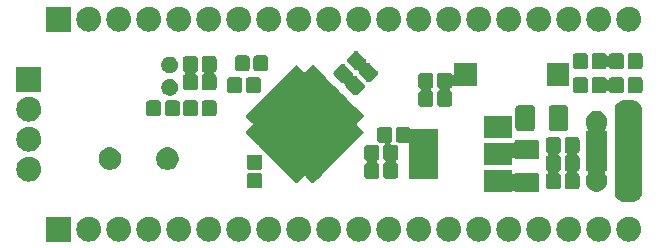
<source format=gts>
G04 #@! TF.GenerationSoftware,KiCad,Pcbnew,(5.0.2)-1*
G04 #@! TF.CreationDate,2019-03-28T08:34:28+01:00*
G04 #@! TF.ProjectId,mibo48_xmc4,6d69626f-3438-45f7-986d-63342e6b6963,rev?*
G04 #@! TF.SameCoordinates,PX7a53eb0PY5ad6650*
G04 #@! TF.FileFunction,Soldermask,Top*
G04 #@! TF.FilePolarity,Negative*
%FSLAX46Y46*%
G04 Gerber Fmt 4.6, Leading zero omitted, Abs format (unit mm)*
G04 Created by KiCad (PCBNEW (5.0.2)-1) date 2019-03-28 08:34:28*
%MOMM*%
%LPD*%
G01*
G04 APERTURE LIST*
%ADD10C,0.100000*%
G04 APERTURE END LIST*
D10*
G36*
X52198707Y-18007596D02*
X52275836Y-18015193D01*
X52407787Y-18055220D01*
X52473763Y-18075233D01*
X52656172Y-18172733D01*
X52816054Y-18303946D01*
X52947267Y-18463828D01*
X53044767Y-18646237D01*
X53044767Y-18646238D01*
X53104807Y-18844164D01*
X53125080Y-19050000D01*
X53104807Y-19255836D01*
X53064780Y-19387787D01*
X53044767Y-19453763D01*
X52947267Y-19636172D01*
X52816054Y-19796054D01*
X52656172Y-19927267D01*
X52473763Y-20024767D01*
X52407787Y-20044780D01*
X52275836Y-20084807D01*
X52198707Y-20092403D01*
X52121580Y-20100000D01*
X52018420Y-20100000D01*
X51941293Y-20092403D01*
X51864164Y-20084807D01*
X51732213Y-20044780D01*
X51666237Y-20024767D01*
X51483828Y-19927267D01*
X51323946Y-19796054D01*
X51192733Y-19636172D01*
X51095233Y-19453763D01*
X51075220Y-19387787D01*
X51035193Y-19255836D01*
X51014920Y-19050000D01*
X51035193Y-18844164D01*
X51095233Y-18646238D01*
X51095233Y-18646237D01*
X51192733Y-18463828D01*
X51323946Y-18303946D01*
X51483828Y-18172733D01*
X51666237Y-18075233D01*
X51732213Y-18055220D01*
X51864164Y-18015193D01*
X51941293Y-18007596D01*
X52018420Y-18000000D01*
X52121580Y-18000000D01*
X52198707Y-18007596D01*
X52198707Y-18007596D01*
G37*
G36*
X31878707Y-18007596D02*
X31955836Y-18015193D01*
X32087787Y-18055220D01*
X32153763Y-18075233D01*
X32336172Y-18172733D01*
X32496054Y-18303946D01*
X32627267Y-18463828D01*
X32724767Y-18646237D01*
X32724767Y-18646238D01*
X32784807Y-18844164D01*
X32805080Y-19050000D01*
X32784807Y-19255836D01*
X32744780Y-19387787D01*
X32724767Y-19453763D01*
X32627267Y-19636172D01*
X32496054Y-19796054D01*
X32336172Y-19927267D01*
X32153763Y-20024767D01*
X32087787Y-20044780D01*
X31955836Y-20084807D01*
X31878707Y-20092403D01*
X31801580Y-20100000D01*
X31698420Y-20100000D01*
X31621293Y-20092403D01*
X31544164Y-20084807D01*
X31412213Y-20044780D01*
X31346237Y-20024767D01*
X31163828Y-19927267D01*
X31003946Y-19796054D01*
X30872733Y-19636172D01*
X30775233Y-19453763D01*
X30755220Y-19387787D01*
X30715193Y-19255836D01*
X30694920Y-19050000D01*
X30715193Y-18844164D01*
X30775233Y-18646238D01*
X30775233Y-18646237D01*
X30872733Y-18463828D01*
X31003946Y-18303946D01*
X31163828Y-18172733D01*
X31346237Y-18075233D01*
X31412213Y-18055220D01*
X31544164Y-18015193D01*
X31621293Y-18007596D01*
X31698420Y-18000000D01*
X31801580Y-18000000D01*
X31878707Y-18007596D01*
X31878707Y-18007596D01*
G37*
G36*
X54738707Y-18007596D02*
X54815836Y-18015193D01*
X54947787Y-18055220D01*
X55013763Y-18075233D01*
X55196172Y-18172733D01*
X55356054Y-18303946D01*
X55487267Y-18463828D01*
X55584767Y-18646237D01*
X55584767Y-18646238D01*
X55644807Y-18844164D01*
X55665080Y-19050000D01*
X55644807Y-19255836D01*
X55604780Y-19387787D01*
X55584767Y-19453763D01*
X55487267Y-19636172D01*
X55356054Y-19796054D01*
X55196172Y-19927267D01*
X55013763Y-20024767D01*
X54947787Y-20044780D01*
X54815836Y-20084807D01*
X54738707Y-20092403D01*
X54661580Y-20100000D01*
X54558420Y-20100000D01*
X54481293Y-20092403D01*
X54404164Y-20084807D01*
X54272213Y-20044780D01*
X54206237Y-20024767D01*
X54023828Y-19927267D01*
X53863946Y-19796054D01*
X53732733Y-19636172D01*
X53635233Y-19453763D01*
X53615220Y-19387787D01*
X53575193Y-19255836D01*
X53554920Y-19050000D01*
X53575193Y-18844164D01*
X53635233Y-18646238D01*
X53635233Y-18646237D01*
X53732733Y-18463828D01*
X53863946Y-18303946D01*
X54023828Y-18172733D01*
X54206237Y-18075233D01*
X54272213Y-18055220D01*
X54404164Y-18015193D01*
X54481293Y-18007596D01*
X54558420Y-18000000D01*
X54661580Y-18000000D01*
X54738707Y-18007596D01*
X54738707Y-18007596D01*
G37*
G36*
X49658707Y-18007596D02*
X49735836Y-18015193D01*
X49867787Y-18055220D01*
X49933763Y-18075233D01*
X50116172Y-18172733D01*
X50276054Y-18303946D01*
X50407267Y-18463828D01*
X50504767Y-18646237D01*
X50504767Y-18646238D01*
X50564807Y-18844164D01*
X50585080Y-19050000D01*
X50564807Y-19255836D01*
X50524780Y-19387787D01*
X50504767Y-19453763D01*
X50407267Y-19636172D01*
X50276054Y-19796054D01*
X50116172Y-19927267D01*
X49933763Y-20024767D01*
X49867787Y-20044780D01*
X49735836Y-20084807D01*
X49658707Y-20092403D01*
X49581580Y-20100000D01*
X49478420Y-20100000D01*
X49401293Y-20092403D01*
X49324164Y-20084807D01*
X49192213Y-20044780D01*
X49126237Y-20024767D01*
X48943828Y-19927267D01*
X48783946Y-19796054D01*
X48652733Y-19636172D01*
X48555233Y-19453763D01*
X48535220Y-19387787D01*
X48495193Y-19255836D01*
X48474920Y-19050000D01*
X48495193Y-18844164D01*
X48555233Y-18646238D01*
X48555233Y-18646237D01*
X48652733Y-18463828D01*
X48783946Y-18303946D01*
X48943828Y-18172733D01*
X49126237Y-18075233D01*
X49192213Y-18055220D01*
X49324164Y-18015193D01*
X49401293Y-18007596D01*
X49478420Y-18000000D01*
X49581580Y-18000000D01*
X49658707Y-18007596D01*
X49658707Y-18007596D01*
G37*
G36*
X47118707Y-18007596D02*
X47195836Y-18015193D01*
X47327787Y-18055220D01*
X47393763Y-18075233D01*
X47576172Y-18172733D01*
X47736054Y-18303946D01*
X47867267Y-18463828D01*
X47964767Y-18646237D01*
X47964767Y-18646238D01*
X48024807Y-18844164D01*
X48045080Y-19050000D01*
X48024807Y-19255836D01*
X47984780Y-19387787D01*
X47964767Y-19453763D01*
X47867267Y-19636172D01*
X47736054Y-19796054D01*
X47576172Y-19927267D01*
X47393763Y-20024767D01*
X47327787Y-20044780D01*
X47195836Y-20084807D01*
X47118707Y-20092403D01*
X47041580Y-20100000D01*
X46938420Y-20100000D01*
X46861293Y-20092403D01*
X46784164Y-20084807D01*
X46652213Y-20044780D01*
X46586237Y-20024767D01*
X46403828Y-19927267D01*
X46243946Y-19796054D01*
X46112733Y-19636172D01*
X46015233Y-19453763D01*
X45995220Y-19387787D01*
X45955193Y-19255836D01*
X45934920Y-19050000D01*
X45955193Y-18844164D01*
X46015233Y-18646238D01*
X46015233Y-18646237D01*
X46112733Y-18463828D01*
X46243946Y-18303946D01*
X46403828Y-18172733D01*
X46586237Y-18075233D01*
X46652213Y-18055220D01*
X46784164Y-18015193D01*
X46861293Y-18007596D01*
X46938420Y-18000000D01*
X47041580Y-18000000D01*
X47118707Y-18007596D01*
X47118707Y-18007596D01*
G37*
G36*
X44578707Y-18007596D02*
X44655836Y-18015193D01*
X44787787Y-18055220D01*
X44853763Y-18075233D01*
X45036172Y-18172733D01*
X45196054Y-18303946D01*
X45327267Y-18463828D01*
X45424767Y-18646237D01*
X45424767Y-18646238D01*
X45484807Y-18844164D01*
X45505080Y-19050000D01*
X45484807Y-19255836D01*
X45444780Y-19387787D01*
X45424767Y-19453763D01*
X45327267Y-19636172D01*
X45196054Y-19796054D01*
X45036172Y-19927267D01*
X44853763Y-20024767D01*
X44787787Y-20044780D01*
X44655836Y-20084807D01*
X44578707Y-20092403D01*
X44501580Y-20100000D01*
X44398420Y-20100000D01*
X44321293Y-20092403D01*
X44244164Y-20084807D01*
X44112213Y-20044780D01*
X44046237Y-20024767D01*
X43863828Y-19927267D01*
X43703946Y-19796054D01*
X43572733Y-19636172D01*
X43475233Y-19453763D01*
X43455220Y-19387787D01*
X43415193Y-19255836D01*
X43394920Y-19050000D01*
X43415193Y-18844164D01*
X43475233Y-18646238D01*
X43475233Y-18646237D01*
X43572733Y-18463828D01*
X43703946Y-18303946D01*
X43863828Y-18172733D01*
X44046237Y-18075233D01*
X44112213Y-18055220D01*
X44244164Y-18015193D01*
X44321293Y-18007596D01*
X44398420Y-18000000D01*
X44501580Y-18000000D01*
X44578707Y-18007596D01*
X44578707Y-18007596D01*
G37*
G36*
X42038707Y-18007596D02*
X42115836Y-18015193D01*
X42247787Y-18055220D01*
X42313763Y-18075233D01*
X42496172Y-18172733D01*
X42656054Y-18303946D01*
X42787267Y-18463828D01*
X42884767Y-18646237D01*
X42884767Y-18646238D01*
X42944807Y-18844164D01*
X42965080Y-19050000D01*
X42944807Y-19255836D01*
X42904780Y-19387787D01*
X42884767Y-19453763D01*
X42787267Y-19636172D01*
X42656054Y-19796054D01*
X42496172Y-19927267D01*
X42313763Y-20024767D01*
X42247787Y-20044780D01*
X42115836Y-20084807D01*
X42038707Y-20092403D01*
X41961580Y-20100000D01*
X41858420Y-20100000D01*
X41781293Y-20092403D01*
X41704164Y-20084807D01*
X41572213Y-20044780D01*
X41506237Y-20024767D01*
X41323828Y-19927267D01*
X41163946Y-19796054D01*
X41032733Y-19636172D01*
X40935233Y-19453763D01*
X40915220Y-19387787D01*
X40875193Y-19255836D01*
X40854920Y-19050000D01*
X40875193Y-18844164D01*
X40935233Y-18646238D01*
X40935233Y-18646237D01*
X41032733Y-18463828D01*
X41163946Y-18303946D01*
X41323828Y-18172733D01*
X41506237Y-18075233D01*
X41572213Y-18055220D01*
X41704164Y-18015193D01*
X41781293Y-18007596D01*
X41858420Y-18000000D01*
X41961580Y-18000000D01*
X42038707Y-18007596D01*
X42038707Y-18007596D01*
G37*
G36*
X39498707Y-18007596D02*
X39575836Y-18015193D01*
X39707787Y-18055220D01*
X39773763Y-18075233D01*
X39956172Y-18172733D01*
X40116054Y-18303946D01*
X40247267Y-18463828D01*
X40344767Y-18646237D01*
X40344767Y-18646238D01*
X40404807Y-18844164D01*
X40425080Y-19050000D01*
X40404807Y-19255836D01*
X40364780Y-19387787D01*
X40344767Y-19453763D01*
X40247267Y-19636172D01*
X40116054Y-19796054D01*
X39956172Y-19927267D01*
X39773763Y-20024767D01*
X39707787Y-20044780D01*
X39575836Y-20084807D01*
X39498707Y-20092403D01*
X39421580Y-20100000D01*
X39318420Y-20100000D01*
X39241293Y-20092403D01*
X39164164Y-20084807D01*
X39032213Y-20044780D01*
X38966237Y-20024767D01*
X38783828Y-19927267D01*
X38623946Y-19796054D01*
X38492733Y-19636172D01*
X38395233Y-19453763D01*
X38375220Y-19387787D01*
X38335193Y-19255836D01*
X38314920Y-19050000D01*
X38335193Y-18844164D01*
X38395233Y-18646238D01*
X38395233Y-18646237D01*
X38492733Y-18463828D01*
X38623946Y-18303946D01*
X38783828Y-18172733D01*
X38966237Y-18075233D01*
X39032213Y-18055220D01*
X39164164Y-18015193D01*
X39241293Y-18007596D01*
X39318420Y-18000000D01*
X39421580Y-18000000D01*
X39498707Y-18007596D01*
X39498707Y-18007596D01*
G37*
G36*
X36958707Y-18007596D02*
X37035836Y-18015193D01*
X37167787Y-18055220D01*
X37233763Y-18075233D01*
X37416172Y-18172733D01*
X37576054Y-18303946D01*
X37707267Y-18463828D01*
X37804767Y-18646237D01*
X37804767Y-18646238D01*
X37864807Y-18844164D01*
X37885080Y-19050000D01*
X37864807Y-19255836D01*
X37824780Y-19387787D01*
X37804767Y-19453763D01*
X37707267Y-19636172D01*
X37576054Y-19796054D01*
X37416172Y-19927267D01*
X37233763Y-20024767D01*
X37167787Y-20044780D01*
X37035836Y-20084807D01*
X36958707Y-20092403D01*
X36881580Y-20100000D01*
X36778420Y-20100000D01*
X36701293Y-20092403D01*
X36624164Y-20084807D01*
X36492213Y-20044780D01*
X36426237Y-20024767D01*
X36243828Y-19927267D01*
X36083946Y-19796054D01*
X35952733Y-19636172D01*
X35855233Y-19453763D01*
X35835220Y-19387787D01*
X35795193Y-19255836D01*
X35774920Y-19050000D01*
X35795193Y-18844164D01*
X35855233Y-18646238D01*
X35855233Y-18646237D01*
X35952733Y-18463828D01*
X36083946Y-18303946D01*
X36243828Y-18172733D01*
X36426237Y-18075233D01*
X36492213Y-18055220D01*
X36624164Y-18015193D01*
X36701293Y-18007596D01*
X36778420Y-18000000D01*
X36881580Y-18000000D01*
X36958707Y-18007596D01*
X36958707Y-18007596D01*
G37*
G36*
X34418707Y-18007596D02*
X34495836Y-18015193D01*
X34627787Y-18055220D01*
X34693763Y-18075233D01*
X34876172Y-18172733D01*
X35036054Y-18303946D01*
X35167267Y-18463828D01*
X35264767Y-18646237D01*
X35264767Y-18646238D01*
X35324807Y-18844164D01*
X35345080Y-19050000D01*
X35324807Y-19255836D01*
X35284780Y-19387787D01*
X35264767Y-19453763D01*
X35167267Y-19636172D01*
X35036054Y-19796054D01*
X34876172Y-19927267D01*
X34693763Y-20024767D01*
X34627787Y-20044780D01*
X34495836Y-20084807D01*
X34418707Y-20092403D01*
X34341580Y-20100000D01*
X34238420Y-20100000D01*
X34161293Y-20092403D01*
X34084164Y-20084807D01*
X33952213Y-20044780D01*
X33886237Y-20024767D01*
X33703828Y-19927267D01*
X33543946Y-19796054D01*
X33412733Y-19636172D01*
X33315233Y-19453763D01*
X33295220Y-19387787D01*
X33255193Y-19255836D01*
X33234920Y-19050000D01*
X33255193Y-18844164D01*
X33315233Y-18646238D01*
X33315233Y-18646237D01*
X33412733Y-18463828D01*
X33543946Y-18303946D01*
X33703828Y-18172733D01*
X33886237Y-18075233D01*
X33952213Y-18055220D01*
X34084164Y-18015193D01*
X34161293Y-18007596D01*
X34238420Y-18000000D01*
X34341580Y-18000000D01*
X34418707Y-18007596D01*
X34418707Y-18007596D01*
G37*
G36*
X29338707Y-18007596D02*
X29415836Y-18015193D01*
X29547787Y-18055220D01*
X29613763Y-18075233D01*
X29796172Y-18172733D01*
X29956054Y-18303946D01*
X30087267Y-18463828D01*
X30184767Y-18646237D01*
X30184767Y-18646238D01*
X30244807Y-18844164D01*
X30265080Y-19050000D01*
X30244807Y-19255836D01*
X30204780Y-19387787D01*
X30184767Y-19453763D01*
X30087267Y-19636172D01*
X29956054Y-19796054D01*
X29796172Y-19927267D01*
X29613763Y-20024767D01*
X29547787Y-20044780D01*
X29415836Y-20084807D01*
X29338707Y-20092403D01*
X29261580Y-20100000D01*
X29158420Y-20100000D01*
X29081293Y-20092403D01*
X29004164Y-20084807D01*
X28872213Y-20044780D01*
X28806237Y-20024767D01*
X28623828Y-19927267D01*
X28463946Y-19796054D01*
X28332733Y-19636172D01*
X28235233Y-19453763D01*
X28215220Y-19387787D01*
X28175193Y-19255836D01*
X28154920Y-19050000D01*
X28175193Y-18844164D01*
X28235233Y-18646238D01*
X28235233Y-18646237D01*
X28332733Y-18463828D01*
X28463946Y-18303946D01*
X28623828Y-18172733D01*
X28806237Y-18075233D01*
X28872213Y-18055220D01*
X29004164Y-18015193D01*
X29081293Y-18007596D01*
X29158420Y-18000000D01*
X29261580Y-18000000D01*
X29338707Y-18007596D01*
X29338707Y-18007596D01*
G37*
G36*
X26798707Y-18007596D02*
X26875836Y-18015193D01*
X27007787Y-18055220D01*
X27073763Y-18075233D01*
X27256172Y-18172733D01*
X27416054Y-18303946D01*
X27547267Y-18463828D01*
X27644767Y-18646237D01*
X27644767Y-18646238D01*
X27704807Y-18844164D01*
X27725080Y-19050000D01*
X27704807Y-19255836D01*
X27664780Y-19387787D01*
X27644767Y-19453763D01*
X27547267Y-19636172D01*
X27416054Y-19796054D01*
X27256172Y-19927267D01*
X27073763Y-20024767D01*
X27007787Y-20044780D01*
X26875836Y-20084807D01*
X26798707Y-20092403D01*
X26721580Y-20100000D01*
X26618420Y-20100000D01*
X26541293Y-20092403D01*
X26464164Y-20084807D01*
X26332213Y-20044780D01*
X26266237Y-20024767D01*
X26083828Y-19927267D01*
X25923946Y-19796054D01*
X25792733Y-19636172D01*
X25695233Y-19453763D01*
X25675220Y-19387787D01*
X25635193Y-19255836D01*
X25614920Y-19050000D01*
X25635193Y-18844164D01*
X25695233Y-18646238D01*
X25695233Y-18646237D01*
X25792733Y-18463828D01*
X25923946Y-18303946D01*
X26083828Y-18172733D01*
X26266237Y-18075233D01*
X26332213Y-18055220D01*
X26464164Y-18015193D01*
X26541293Y-18007596D01*
X26618420Y-18000000D01*
X26721580Y-18000000D01*
X26798707Y-18007596D01*
X26798707Y-18007596D01*
G37*
G36*
X24258707Y-18007596D02*
X24335836Y-18015193D01*
X24467787Y-18055220D01*
X24533763Y-18075233D01*
X24716172Y-18172733D01*
X24876054Y-18303946D01*
X25007267Y-18463828D01*
X25104767Y-18646237D01*
X25104767Y-18646238D01*
X25164807Y-18844164D01*
X25185080Y-19050000D01*
X25164807Y-19255836D01*
X25124780Y-19387787D01*
X25104767Y-19453763D01*
X25007267Y-19636172D01*
X24876054Y-19796054D01*
X24716172Y-19927267D01*
X24533763Y-20024767D01*
X24467787Y-20044780D01*
X24335836Y-20084807D01*
X24258707Y-20092403D01*
X24181580Y-20100000D01*
X24078420Y-20100000D01*
X24001293Y-20092403D01*
X23924164Y-20084807D01*
X23792213Y-20044780D01*
X23726237Y-20024767D01*
X23543828Y-19927267D01*
X23383946Y-19796054D01*
X23252733Y-19636172D01*
X23155233Y-19453763D01*
X23135220Y-19387787D01*
X23095193Y-19255836D01*
X23074920Y-19050000D01*
X23095193Y-18844164D01*
X23155233Y-18646238D01*
X23155233Y-18646237D01*
X23252733Y-18463828D01*
X23383946Y-18303946D01*
X23543828Y-18172733D01*
X23726237Y-18075233D01*
X23792213Y-18055220D01*
X23924164Y-18015193D01*
X24001293Y-18007596D01*
X24078420Y-18000000D01*
X24181580Y-18000000D01*
X24258707Y-18007596D01*
X24258707Y-18007596D01*
G37*
G36*
X21718707Y-18007596D02*
X21795836Y-18015193D01*
X21927787Y-18055220D01*
X21993763Y-18075233D01*
X22176172Y-18172733D01*
X22336054Y-18303946D01*
X22467267Y-18463828D01*
X22564767Y-18646237D01*
X22564767Y-18646238D01*
X22624807Y-18844164D01*
X22645080Y-19050000D01*
X22624807Y-19255836D01*
X22584780Y-19387787D01*
X22564767Y-19453763D01*
X22467267Y-19636172D01*
X22336054Y-19796054D01*
X22176172Y-19927267D01*
X21993763Y-20024767D01*
X21927787Y-20044780D01*
X21795836Y-20084807D01*
X21718707Y-20092403D01*
X21641580Y-20100000D01*
X21538420Y-20100000D01*
X21461293Y-20092403D01*
X21384164Y-20084807D01*
X21252213Y-20044780D01*
X21186237Y-20024767D01*
X21003828Y-19927267D01*
X20843946Y-19796054D01*
X20712733Y-19636172D01*
X20615233Y-19453763D01*
X20595220Y-19387787D01*
X20555193Y-19255836D01*
X20534920Y-19050000D01*
X20555193Y-18844164D01*
X20615233Y-18646238D01*
X20615233Y-18646237D01*
X20712733Y-18463828D01*
X20843946Y-18303946D01*
X21003828Y-18172733D01*
X21186237Y-18075233D01*
X21252213Y-18055220D01*
X21384164Y-18015193D01*
X21461293Y-18007596D01*
X21538420Y-18000000D01*
X21641580Y-18000000D01*
X21718707Y-18007596D01*
X21718707Y-18007596D01*
G37*
G36*
X19178707Y-18007596D02*
X19255836Y-18015193D01*
X19387787Y-18055220D01*
X19453763Y-18075233D01*
X19636172Y-18172733D01*
X19796054Y-18303946D01*
X19927267Y-18463828D01*
X20024767Y-18646237D01*
X20024767Y-18646238D01*
X20084807Y-18844164D01*
X20105080Y-19050000D01*
X20084807Y-19255836D01*
X20044780Y-19387787D01*
X20024767Y-19453763D01*
X19927267Y-19636172D01*
X19796054Y-19796054D01*
X19636172Y-19927267D01*
X19453763Y-20024767D01*
X19387787Y-20044780D01*
X19255836Y-20084807D01*
X19178707Y-20092403D01*
X19101580Y-20100000D01*
X18998420Y-20100000D01*
X18921293Y-20092403D01*
X18844164Y-20084807D01*
X18712213Y-20044780D01*
X18646237Y-20024767D01*
X18463828Y-19927267D01*
X18303946Y-19796054D01*
X18172733Y-19636172D01*
X18075233Y-19453763D01*
X18055220Y-19387787D01*
X18015193Y-19255836D01*
X17994920Y-19050000D01*
X18015193Y-18844164D01*
X18075233Y-18646238D01*
X18075233Y-18646237D01*
X18172733Y-18463828D01*
X18303946Y-18303946D01*
X18463828Y-18172733D01*
X18646237Y-18075233D01*
X18712213Y-18055220D01*
X18844164Y-18015193D01*
X18921293Y-18007596D01*
X18998420Y-18000000D01*
X19101580Y-18000000D01*
X19178707Y-18007596D01*
X19178707Y-18007596D01*
G37*
G36*
X16638707Y-18007596D02*
X16715836Y-18015193D01*
X16847787Y-18055220D01*
X16913763Y-18075233D01*
X17096172Y-18172733D01*
X17256054Y-18303946D01*
X17387267Y-18463828D01*
X17484767Y-18646237D01*
X17484767Y-18646238D01*
X17544807Y-18844164D01*
X17565080Y-19050000D01*
X17544807Y-19255836D01*
X17504780Y-19387787D01*
X17484767Y-19453763D01*
X17387267Y-19636172D01*
X17256054Y-19796054D01*
X17096172Y-19927267D01*
X16913763Y-20024767D01*
X16847787Y-20044780D01*
X16715836Y-20084807D01*
X16638707Y-20092403D01*
X16561580Y-20100000D01*
X16458420Y-20100000D01*
X16381293Y-20092403D01*
X16304164Y-20084807D01*
X16172213Y-20044780D01*
X16106237Y-20024767D01*
X15923828Y-19927267D01*
X15763946Y-19796054D01*
X15632733Y-19636172D01*
X15535233Y-19453763D01*
X15515220Y-19387787D01*
X15475193Y-19255836D01*
X15454920Y-19050000D01*
X15475193Y-18844164D01*
X15535233Y-18646238D01*
X15535233Y-18646237D01*
X15632733Y-18463828D01*
X15763946Y-18303946D01*
X15923828Y-18172733D01*
X16106237Y-18075233D01*
X16172213Y-18055220D01*
X16304164Y-18015193D01*
X16381293Y-18007596D01*
X16458420Y-18000000D01*
X16561580Y-18000000D01*
X16638707Y-18007596D01*
X16638707Y-18007596D01*
G37*
G36*
X14098707Y-18007596D02*
X14175836Y-18015193D01*
X14307787Y-18055220D01*
X14373763Y-18075233D01*
X14556172Y-18172733D01*
X14716054Y-18303946D01*
X14847267Y-18463828D01*
X14944767Y-18646237D01*
X14944767Y-18646238D01*
X15004807Y-18844164D01*
X15025080Y-19050000D01*
X15004807Y-19255836D01*
X14964780Y-19387787D01*
X14944767Y-19453763D01*
X14847267Y-19636172D01*
X14716054Y-19796054D01*
X14556172Y-19927267D01*
X14373763Y-20024767D01*
X14307787Y-20044780D01*
X14175836Y-20084807D01*
X14098707Y-20092403D01*
X14021580Y-20100000D01*
X13918420Y-20100000D01*
X13841293Y-20092403D01*
X13764164Y-20084807D01*
X13632213Y-20044780D01*
X13566237Y-20024767D01*
X13383828Y-19927267D01*
X13223946Y-19796054D01*
X13092733Y-19636172D01*
X12995233Y-19453763D01*
X12975220Y-19387787D01*
X12935193Y-19255836D01*
X12914920Y-19050000D01*
X12935193Y-18844164D01*
X12995233Y-18646238D01*
X12995233Y-18646237D01*
X13092733Y-18463828D01*
X13223946Y-18303946D01*
X13383828Y-18172733D01*
X13566237Y-18075233D01*
X13632213Y-18055220D01*
X13764164Y-18015193D01*
X13841293Y-18007596D01*
X13918420Y-18000000D01*
X14021580Y-18000000D01*
X14098707Y-18007596D01*
X14098707Y-18007596D01*
G37*
G36*
X11558707Y-18007596D02*
X11635836Y-18015193D01*
X11767787Y-18055220D01*
X11833763Y-18075233D01*
X12016172Y-18172733D01*
X12176054Y-18303946D01*
X12307267Y-18463828D01*
X12404767Y-18646237D01*
X12404767Y-18646238D01*
X12464807Y-18844164D01*
X12485080Y-19050000D01*
X12464807Y-19255836D01*
X12424780Y-19387787D01*
X12404767Y-19453763D01*
X12307267Y-19636172D01*
X12176054Y-19796054D01*
X12016172Y-19927267D01*
X11833763Y-20024767D01*
X11767787Y-20044780D01*
X11635836Y-20084807D01*
X11558707Y-20092403D01*
X11481580Y-20100000D01*
X11378420Y-20100000D01*
X11301293Y-20092403D01*
X11224164Y-20084807D01*
X11092213Y-20044780D01*
X11026237Y-20024767D01*
X10843828Y-19927267D01*
X10683946Y-19796054D01*
X10552733Y-19636172D01*
X10455233Y-19453763D01*
X10435220Y-19387787D01*
X10395193Y-19255836D01*
X10374920Y-19050000D01*
X10395193Y-18844164D01*
X10455233Y-18646238D01*
X10455233Y-18646237D01*
X10552733Y-18463828D01*
X10683946Y-18303946D01*
X10843828Y-18172733D01*
X11026237Y-18075233D01*
X11092213Y-18055220D01*
X11224164Y-18015193D01*
X11301293Y-18007596D01*
X11378420Y-18000000D01*
X11481580Y-18000000D01*
X11558707Y-18007596D01*
X11558707Y-18007596D01*
G37*
G36*
X9018707Y-18007596D02*
X9095836Y-18015193D01*
X9227787Y-18055220D01*
X9293763Y-18075233D01*
X9476172Y-18172733D01*
X9636054Y-18303946D01*
X9767267Y-18463828D01*
X9864767Y-18646237D01*
X9864767Y-18646238D01*
X9924807Y-18844164D01*
X9945080Y-19050000D01*
X9924807Y-19255836D01*
X9884780Y-19387787D01*
X9864767Y-19453763D01*
X9767267Y-19636172D01*
X9636054Y-19796054D01*
X9476172Y-19927267D01*
X9293763Y-20024767D01*
X9227787Y-20044780D01*
X9095836Y-20084807D01*
X9018707Y-20092403D01*
X8941580Y-20100000D01*
X8838420Y-20100000D01*
X8761293Y-20092403D01*
X8684164Y-20084807D01*
X8552213Y-20044780D01*
X8486237Y-20024767D01*
X8303828Y-19927267D01*
X8143946Y-19796054D01*
X8012733Y-19636172D01*
X7915233Y-19453763D01*
X7895220Y-19387787D01*
X7855193Y-19255836D01*
X7834920Y-19050000D01*
X7855193Y-18844164D01*
X7915233Y-18646238D01*
X7915233Y-18646237D01*
X8012733Y-18463828D01*
X8143946Y-18303946D01*
X8303828Y-18172733D01*
X8486237Y-18075233D01*
X8552213Y-18055220D01*
X8684164Y-18015193D01*
X8761293Y-18007596D01*
X8838420Y-18000000D01*
X8941580Y-18000000D01*
X9018707Y-18007596D01*
X9018707Y-18007596D01*
G37*
G36*
X7400000Y-20100000D02*
X5300000Y-20100000D01*
X5300000Y-18000000D01*
X7400000Y-18000000D01*
X7400000Y-20100000D01*
X7400000Y-20100000D01*
G37*
G36*
X55022636Y-8151500D02*
X55084327Y-8157576D01*
X55144281Y-8175763D01*
X55235129Y-8203321D01*
X55374108Y-8277608D01*
X55495922Y-8377578D01*
X55595892Y-8499392D01*
X55670179Y-8638371D01*
X55675916Y-8657285D01*
X55685293Y-8679924D01*
X55698907Y-8700299D01*
X55716234Y-8717626D01*
X55727500Y-8725154D01*
X55727500Y-8900565D01*
X55728102Y-8912817D01*
X55731370Y-8946000D01*
X55728102Y-8979183D01*
X55727500Y-8991435D01*
X55727500Y-15900565D01*
X55728102Y-15912817D01*
X55731370Y-15946000D01*
X55728102Y-15979183D01*
X55727500Y-15991435D01*
X55727500Y-16166311D01*
X55726088Y-16167066D01*
X55707146Y-16182612D01*
X55691600Y-16201554D01*
X55680049Y-16223165D01*
X55675916Y-16234715D01*
X55670179Y-16253629D01*
X55595892Y-16392608D01*
X55495922Y-16514422D01*
X55374108Y-16614392D01*
X55235129Y-16688679D01*
X55159728Y-16711551D01*
X55084327Y-16734424D01*
X55045149Y-16738283D01*
X54966795Y-16746000D01*
X54188205Y-16746000D01*
X54109851Y-16738283D01*
X54070673Y-16734424D01*
X53995272Y-16711551D01*
X53919871Y-16688679D01*
X53780892Y-16614392D01*
X53659078Y-16514422D01*
X53559108Y-16392608D01*
X53484821Y-16253629D01*
X53479084Y-16234715D01*
X53469707Y-16212076D01*
X53456093Y-16191701D01*
X53438766Y-16174374D01*
X53427500Y-16166846D01*
X53427500Y-15991435D01*
X53426898Y-15979183D01*
X53423630Y-15946000D01*
X53426898Y-15912817D01*
X53427500Y-15900565D01*
X53427500Y-8991435D01*
X53426898Y-8979183D01*
X53423630Y-8946000D01*
X53426898Y-8912817D01*
X53427500Y-8900565D01*
X53427500Y-8725689D01*
X53428912Y-8724934D01*
X53447854Y-8709388D01*
X53463400Y-8690446D01*
X53474951Y-8668835D01*
X53479084Y-8657285D01*
X53484821Y-8638371D01*
X53559108Y-8499392D01*
X53659078Y-8377578D01*
X53780892Y-8277608D01*
X53919871Y-8203321D01*
X54010719Y-8175763D01*
X54070673Y-8157576D01*
X54132364Y-8151500D01*
X54188205Y-8146000D01*
X54966795Y-8146000D01*
X55022636Y-8151500D01*
X55022636Y-8151500D01*
G37*
G36*
X44736000Y-14306908D02*
X44738402Y-14331294D01*
X44745515Y-14354743D01*
X44757066Y-14376354D01*
X44772612Y-14395296D01*
X44791554Y-14410842D01*
X44813165Y-14422393D01*
X44836614Y-14429506D01*
X44861000Y-14431908D01*
X44885386Y-14429506D01*
X44908835Y-14422393D01*
X44930446Y-14410842D01*
X44949388Y-14395296D01*
X44957627Y-14386206D01*
X44974115Y-14366115D01*
X45012664Y-14334479D01*
X45056646Y-14310970D01*
X45104372Y-14296493D01*
X45160141Y-14291000D01*
X46787859Y-14291000D01*
X46843628Y-14296493D01*
X46891354Y-14310970D01*
X46935336Y-14334479D01*
X46973885Y-14366115D01*
X47005521Y-14404664D01*
X47029030Y-14448646D01*
X47043507Y-14496372D01*
X47049000Y-14552141D01*
X47049000Y-15679859D01*
X47043507Y-15735628D01*
X47029030Y-15783354D01*
X47005521Y-15827336D01*
X46973885Y-15865885D01*
X46935336Y-15897521D01*
X46891354Y-15921030D01*
X46843628Y-15935507D01*
X46787859Y-15941000D01*
X45160141Y-15941000D01*
X45104372Y-15935507D01*
X45056646Y-15921030D01*
X45012664Y-15897521D01*
X44974115Y-15865885D01*
X44957627Y-15845794D01*
X44940300Y-15828466D01*
X44919926Y-15814852D01*
X44897287Y-15805475D01*
X44873253Y-15800694D01*
X44848749Y-15800694D01*
X44824716Y-15805474D01*
X44802076Y-15814851D01*
X44781702Y-15828465D01*
X44764374Y-15845792D01*
X44750760Y-15866166D01*
X44741383Y-15888805D01*
X44736602Y-15912839D01*
X44736000Y-15925092D01*
X44736000Y-15950000D01*
X42336000Y-15950000D01*
X42336000Y-14050000D01*
X44736000Y-14050000D01*
X44736000Y-14306908D01*
X44736000Y-14306908D01*
G37*
G36*
X52147311Y-9056546D02*
X52160700Y-9062092D01*
X52315652Y-9126275D01*
X52436911Y-9207298D01*
X52467156Y-9227507D01*
X52595993Y-9356344D01*
X52595995Y-9356347D01*
X52697225Y-9507848D01*
X52719179Y-9560851D01*
X52766954Y-9676189D01*
X52802500Y-9854894D01*
X52802500Y-10037106D01*
X52766954Y-10215811D01*
X52752051Y-10251789D01*
X52697225Y-10384152D01*
X52653573Y-10449482D01*
X52593603Y-10539233D01*
X52583491Y-10551554D01*
X52571940Y-10573165D01*
X52564827Y-10596614D01*
X52562425Y-10621000D01*
X52564827Y-10645386D01*
X52571940Y-10668835D01*
X52583491Y-10690446D01*
X52599037Y-10709388D01*
X52617979Y-10724934D01*
X52639590Y-10736485D01*
X52663039Y-10743598D01*
X52687425Y-10746000D01*
X52752500Y-10746000D01*
X52752500Y-14146000D01*
X52687425Y-14146000D01*
X52663039Y-14148402D01*
X52639590Y-14155515D01*
X52617979Y-14167066D01*
X52599037Y-14182612D01*
X52583491Y-14201554D01*
X52571940Y-14223165D01*
X52564827Y-14246614D01*
X52562425Y-14271000D01*
X52564827Y-14295386D01*
X52571940Y-14318835D01*
X52583491Y-14340446D01*
X52593603Y-14352767D01*
X52595995Y-14356347D01*
X52697225Y-14507848D01*
X52744094Y-14621000D01*
X52766954Y-14676189D01*
X52802500Y-14854894D01*
X52802500Y-15037106D01*
X52766954Y-15215811D01*
X52766953Y-15215813D01*
X52697225Y-15384152D01*
X52618090Y-15502585D01*
X52595993Y-15535656D01*
X52467156Y-15664493D01*
X52467153Y-15664495D01*
X52315652Y-15765725D01*
X52197051Y-15814851D01*
X52147311Y-15835454D01*
X51968606Y-15871000D01*
X51786394Y-15871000D01*
X51607689Y-15835454D01*
X51557949Y-15814851D01*
X51439348Y-15765725D01*
X51287847Y-15664495D01*
X51287844Y-15664493D01*
X51159007Y-15535656D01*
X51136910Y-15502585D01*
X51057775Y-15384152D01*
X50988047Y-15215813D01*
X50988046Y-15215811D01*
X50952500Y-15037106D01*
X50952500Y-14854894D01*
X50988046Y-14676189D01*
X51010906Y-14621000D01*
X51057775Y-14507848D01*
X51159005Y-14356347D01*
X51161397Y-14352767D01*
X51171509Y-14340446D01*
X51183060Y-14318835D01*
X51190173Y-14295386D01*
X51192575Y-14271000D01*
X51190173Y-14246614D01*
X51183060Y-14223165D01*
X51171509Y-14201554D01*
X51155963Y-14182612D01*
X51137021Y-14167066D01*
X51115410Y-14155515D01*
X51091961Y-14148402D01*
X51067575Y-14146000D01*
X51002500Y-14146000D01*
X51002500Y-10746000D01*
X51067575Y-10746000D01*
X51091961Y-10743598D01*
X51115410Y-10736485D01*
X51137021Y-10724934D01*
X51155963Y-10709388D01*
X51171509Y-10690446D01*
X51183060Y-10668835D01*
X51190173Y-10645386D01*
X51192575Y-10621000D01*
X51190173Y-10596614D01*
X51183060Y-10573165D01*
X51171509Y-10551554D01*
X51161397Y-10539233D01*
X51101427Y-10449482D01*
X51057775Y-10384152D01*
X51002949Y-10251789D01*
X50988046Y-10215811D01*
X50952500Y-10037106D01*
X50952500Y-9854894D01*
X50988046Y-9676189D01*
X51035821Y-9560851D01*
X51057775Y-9507848D01*
X51159005Y-9356347D01*
X51159007Y-9356344D01*
X51287844Y-9227507D01*
X51318089Y-9207298D01*
X51439348Y-9126275D01*
X51594300Y-9062092D01*
X51607689Y-9056546D01*
X51786394Y-9021000D01*
X51968606Y-9021000D01*
X52147311Y-9056546D01*
X52147311Y-9056546D01*
G37*
G36*
X50240622Y-11268517D02*
X50288585Y-11283066D01*
X50332775Y-11306686D01*
X50371518Y-11338482D01*
X50403314Y-11377225D01*
X50426934Y-11421415D01*
X50441483Y-11469378D01*
X50447000Y-11525391D01*
X50447000Y-12350609D01*
X50441483Y-12406622D01*
X50426934Y-12454585D01*
X50403314Y-12498775D01*
X50371518Y-12537518D01*
X50332777Y-12569312D01*
X50294522Y-12589760D01*
X50274148Y-12603374D01*
X50256821Y-12620701D01*
X50243207Y-12641075D01*
X50233829Y-12663714D01*
X50229049Y-12687748D01*
X50229049Y-12712252D01*
X50233829Y-12736286D01*
X50243207Y-12758925D01*
X50256821Y-12779299D01*
X50274148Y-12796626D01*
X50294522Y-12810240D01*
X50332777Y-12830688D01*
X50371518Y-12862482D01*
X50403314Y-12901225D01*
X50426934Y-12945415D01*
X50441483Y-12993378D01*
X50447000Y-13049391D01*
X50447000Y-13874609D01*
X50441483Y-13930622D01*
X50426934Y-13978585D01*
X50403314Y-14022775D01*
X50371518Y-14061518D01*
X50332777Y-14093312D01*
X50294522Y-14113760D01*
X50274148Y-14127374D01*
X50256821Y-14144701D01*
X50243207Y-14165075D01*
X50233829Y-14187714D01*
X50229049Y-14211748D01*
X50229049Y-14236252D01*
X50233829Y-14260286D01*
X50243207Y-14282925D01*
X50256821Y-14303299D01*
X50274148Y-14320626D01*
X50294522Y-14334240D01*
X50332777Y-14354688D01*
X50371518Y-14386482D01*
X50403314Y-14425225D01*
X50426934Y-14469415D01*
X50441483Y-14517378D01*
X50447000Y-14573391D01*
X50447000Y-15398609D01*
X50441483Y-15454622D01*
X50426934Y-15502585D01*
X50403314Y-15546775D01*
X50371518Y-15585518D01*
X50332775Y-15617314D01*
X50288585Y-15640934D01*
X50240622Y-15655483D01*
X50184609Y-15661000D01*
X49434391Y-15661000D01*
X49378378Y-15655483D01*
X49330415Y-15640934D01*
X49286225Y-15617314D01*
X49247482Y-15585518D01*
X49215686Y-15546775D01*
X49192066Y-15502585D01*
X49177517Y-15454622D01*
X49172000Y-15398609D01*
X49172000Y-14573391D01*
X49177517Y-14517378D01*
X49192066Y-14469415D01*
X49215686Y-14425225D01*
X49247482Y-14386482D01*
X49286223Y-14354688D01*
X49324478Y-14334240D01*
X49344852Y-14320626D01*
X49362179Y-14303299D01*
X49375793Y-14282925D01*
X49385171Y-14260286D01*
X49389951Y-14236252D01*
X49389951Y-14211748D01*
X49385171Y-14187714D01*
X49375793Y-14165075D01*
X49362179Y-14144701D01*
X49344852Y-14127374D01*
X49324478Y-14113760D01*
X49286223Y-14093312D01*
X49247482Y-14061518D01*
X49215686Y-14022775D01*
X49192066Y-13978585D01*
X49177517Y-13930622D01*
X49172000Y-13874609D01*
X49172000Y-13049391D01*
X49177517Y-12993378D01*
X49192066Y-12945415D01*
X49215686Y-12901225D01*
X49247482Y-12862482D01*
X49286223Y-12830688D01*
X49324478Y-12810240D01*
X49344852Y-12796626D01*
X49362179Y-12779299D01*
X49375793Y-12758925D01*
X49385171Y-12736286D01*
X49389951Y-12712252D01*
X49389951Y-12687748D01*
X49385171Y-12663714D01*
X49375793Y-12641075D01*
X49362179Y-12620701D01*
X49344852Y-12603374D01*
X49324478Y-12589760D01*
X49286223Y-12569312D01*
X49247482Y-12537518D01*
X49215686Y-12498775D01*
X49192066Y-12454585D01*
X49177517Y-12406622D01*
X49172000Y-12350609D01*
X49172000Y-11525391D01*
X49177517Y-11469378D01*
X49192066Y-11421415D01*
X49215686Y-11377225D01*
X49247482Y-11338482D01*
X49286225Y-11306686D01*
X49330415Y-11283066D01*
X49378378Y-11268517D01*
X49434391Y-11263000D01*
X50184609Y-11263000D01*
X50240622Y-11268517D01*
X50240622Y-11268517D01*
G37*
G36*
X48665622Y-11268517D02*
X48713585Y-11283066D01*
X48757775Y-11306686D01*
X48796518Y-11338482D01*
X48828314Y-11377225D01*
X48851934Y-11421415D01*
X48866483Y-11469378D01*
X48872000Y-11525391D01*
X48872000Y-12350609D01*
X48866483Y-12406622D01*
X48851934Y-12454585D01*
X48828314Y-12498775D01*
X48796518Y-12537518D01*
X48757777Y-12569312D01*
X48719522Y-12589760D01*
X48699148Y-12603374D01*
X48681821Y-12620701D01*
X48668207Y-12641075D01*
X48658829Y-12663714D01*
X48654049Y-12687748D01*
X48654049Y-12712252D01*
X48658829Y-12736286D01*
X48668207Y-12758925D01*
X48681821Y-12779299D01*
X48699148Y-12796626D01*
X48719522Y-12810240D01*
X48757777Y-12830688D01*
X48796518Y-12862482D01*
X48828314Y-12901225D01*
X48851934Y-12945415D01*
X48866483Y-12993378D01*
X48872000Y-13049391D01*
X48872000Y-13874609D01*
X48866483Y-13930622D01*
X48851934Y-13978585D01*
X48828314Y-14022775D01*
X48796518Y-14061518D01*
X48757777Y-14093312D01*
X48719522Y-14113760D01*
X48699148Y-14127374D01*
X48681821Y-14144701D01*
X48668207Y-14165075D01*
X48658829Y-14187714D01*
X48654049Y-14211748D01*
X48654049Y-14236252D01*
X48658829Y-14260286D01*
X48668207Y-14282925D01*
X48681821Y-14303299D01*
X48699148Y-14320626D01*
X48719522Y-14334240D01*
X48757777Y-14354688D01*
X48796518Y-14386482D01*
X48828314Y-14425225D01*
X48851934Y-14469415D01*
X48866483Y-14517378D01*
X48872000Y-14573391D01*
X48872000Y-15398609D01*
X48866483Y-15454622D01*
X48851934Y-15502585D01*
X48828314Y-15546775D01*
X48796518Y-15585518D01*
X48757775Y-15617314D01*
X48713585Y-15640934D01*
X48665622Y-15655483D01*
X48609609Y-15661000D01*
X47859391Y-15661000D01*
X47803378Y-15655483D01*
X47755415Y-15640934D01*
X47711225Y-15617314D01*
X47672482Y-15585518D01*
X47640686Y-15546775D01*
X47617066Y-15502585D01*
X47602517Y-15454622D01*
X47597000Y-15398609D01*
X47597000Y-14573391D01*
X47602517Y-14517378D01*
X47617066Y-14469415D01*
X47640686Y-14425225D01*
X47672482Y-14386482D01*
X47711223Y-14354688D01*
X47749478Y-14334240D01*
X47769852Y-14320626D01*
X47787179Y-14303299D01*
X47800793Y-14282925D01*
X47810171Y-14260286D01*
X47814951Y-14236252D01*
X47814951Y-14211748D01*
X47810171Y-14187714D01*
X47800793Y-14165075D01*
X47787179Y-14144701D01*
X47769852Y-14127374D01*
X47749478Y-14113760D01*
X47711223Y-14093312D01*
X47672482Y-14061518D01*
X47640686Y-14022775D01*
X47617066Y-13978585D01*
X47602517Y-13930622D01*
X47597000Y-13874609D01*
X47597000Y-13049391D01*
X47602517Y-12993378D01*
X47617066Y-12945415D01*
X47640686Y-12901225D01*
X47672482Y-12862482D01*
X47711223Y-12830688D01*
X47749478Y-12810240D01*
X47769852Y-12796626D01*
X47787179Y-12779299D01*
X47800793Y-12758925D01*
X47810171Y-12736286D01*
X47814951Y-12712252D01*
X47814951Y-12687748D01*
X47810171Y-12663714D01*
X47800793Y-12641075D01*
X47787179Y-12620701D01*
X47769852Y-12603374D01*
X47749478Y-12589760D01*
X47711223Y-12569312D01*
X47672482Y-12537518D01*
X47640686Y-12498775D01*
X47617066Y-12454585D01*
X47602517Y-12406622D01*
X47597000Y-12350609D01*
X47597000Y-11525391D01*
X47602517Y-11469378D01*
X47617066Y-11421415D01*
X47640686Y-11377225D01*
X47672482Y-11338482D01*
X47711225Y-11306686D01*
X47755415Y-11283066D01*
X47803378Y-11268517D01*
X47859391Y-11263000D01*
X48609609Y-11263000D01*
X48665622Y-11268517D01*
X48665622Y-11268517D01*
G37*
G36*
X23392122Y-14316017D02*
X23440085Y-14330566D01*
X23484275Y-14354186D01*
X23523018Y-14385982D01*
X23554814Y-14424725D01*
X23578434Y-14468915D01*
X23592983Y-14516878D01*
X23598500Y-14572891D01*
X23598500Y-15323109D01*
X23592983Y-15379122D01*
X23578434Y-15427085D01*
X23554814Y-15471275D01*
X23523018Y-15510018D01*
X23484275Y-15541814D01*
X23440085Y-15565434D01*
X23392122Y-15579983D01*
X23336109Y-15585500D01*
X22510891Y-15585500D01*
X22454878Y-15579983D01*
X22406915Y-15565434D01*
X22362725Y-15541814D01*
X22323982Y-15510018D01*
X22292186Y-15471275D01*
X22268566Y-15427085D01*
X22254017Y-15379122D01*
X22248500Y-15323109D01*
X22248500Y-14572891D01*
X22254017Y-14516878D01*
X22268566Y-14468915D01*
X22292186Y-14424725D01*
X22323982Y-14385982D01*
X22362725Y-14354186D01*
X22406915Y-14330566D01*
X22454878Y-14316017D01*
X22510891Y-14310500D01*
X23336109Y-14310500D01*
X23392122Y-14316017D01*
X23392122Y-14316017D01*
G37*
G36*
X27886816Y-5165800D02*
X27905468Y-5171458D01*
X27922651Y-5180642D01*
X27942483Y-5196918D01*
X28251992Y-5506427D01*
X28264034Y-5521101D01*
X28281365Y-5538432D01*
X28296039Y-5550474D01*
X28605543Y-5859978D01*
X28617590Y-5874657D01*
X28634916Y-5891983D01*
X28649595Y-5904030D01*
X28959099Y-6213534D01*
X28971141Y-6228208D01*
X28988472Y-6245539D01*
X29003146Y-6257581D01*
X29312653Y-6567088D01*
X29324698Y-6581765D01*
X29342027Y-6599094D01*
X29356698Y-6611134D01*
X29666206Y-6920642D01*
X29678246Y-6935313D01*
X29695575Y-6952642D01*
X29710252Y-6964687D01*
X30019759Y-7274194D01*
X30031801Y-7288868D01*
X30049132Y-7306199D01*
X30063806Y-7318241D01*
X30373313Y-7627748D01*
X30385358Y-7642425D01*
X30402687Y-7659754D01*
X30417358Y-7671794D01*
X30726866Y-7981302D01*
X30738906Y-7995973D01*
X30756235Y-8013302D01*
X30770912Y-8025347D01*
X31080419Y-8334854D01*
X31092461Y-8349528D01*
X31109792Y-8366859D01*
X31124466Y-8378901D01*
X31433970Y-8688405D01*
X31446017Y-8703084D01*
X31463343Y-8720410D01*
X31478022Y-8732457D01*
X31787526Y-9041961D01*
X31799568Y-9056635D01*
X31816899Y-9073966D01*
X31831573Y-9086008D01*
X32141082Y-9395517D01*
X32157358Y-9415349D01*
X32166542Y-9432532D01*
X32172200Y-9451184D01*
X32174109Y-9470571D01*
X32172200Y-9489958D01*
X32166542Y-9508610D01*
X32157358Y-9525793D01*
X32141082Y-9545625D01*
X31615095Y-10071612D01*
X31599549Y-10090554D01*
X31587998Y-10112165D01*
X31580885Y-10135614D01*
X31578483Y-10160000D01*
X31580885Y-10184386D01*
X31587998Y-10207835D01*
X31599549Y-10229446D01*
X31615095Y-10248388D01*
X32141082Y-10774375D01*
X32157358Y-10794207D01*
X32166542Y-10811390D01*
X32172200Y-10830042D01*
X32174109Y-10849429D01*
X32172200Y-10868816D01*
X32166542Y-10887468D01*
X32157358Y-10904651D01*
X32141082Y-10924483D01*
X31831573Y-11233992D01*
X31816899Y-11246034D01*
X31799568Y-11263365D01*
X31787526Y-11278039D01*
X31478022Y-11587543D01*
X31463343Y-11599590D01*
X31446017Y-11616916D01*
X31433970Y-11631595D01*
X31124466Y-11941099D01*
X31109792Y-11953141D01*
X31092461Y-11970472D01*
X31080419Y-11985146D01*
X30770912Y-12294653D01*
X30756235Y-12306698D01*
X30738906Y-12324027D01*
X30726866Y-12338698D01*
X30417358Y-12648206D01*
X30402687Y-12660246D01*
X30385358Y-12677575D01*
X30373313Y-12692252D01*
X30063806Y-13001759D01*
X30049132Y-13013801D01*
X30031801Y-13031132D01*
X30019759Y-13045806D01*
X29710252Y-13355313D01*
X29695575Y-13367358D01*
X29678246Y-13384687D01*
X29666206Y-13399358D01*
X29356698Y-13708866D01*
X29342027Y-13720906D01*
X29324698Y-13738235D01*
X29312653Y-13752912D01*
X29003146Y-14062419D01*
X28988472Y-14074461D01*
X28971141Y-14091792D01*
X28959099Y-14106466D01*
X28649595Y-14415970D01*
X28634916Y-14428017D01*
X28617590Y-14445343D01*
X28605543Y-14460022D01*
X28296039Y-14769526D01*
X28281365Y-14781568D01*
X28264034Y-14798899D01*
X28251992Y-14813573D01*
X27942483Y-15123082D01*
X27922651Y-15139358D01*
X27905468Y-15148542D01*
X27886816Y-15154200D01*
X27867429Y-15156109D01*
X27848042Y-15154200D01*
X27829390Y-15148542D01*
X27812207Y-15139358D01*
X27792375Y-15123082D01*
X27266388Y-14597095D01*
X27247446Y-14581549D01*
X27225835Y-14569998D01*
X27202386Y-14562885D01*
X27178000Y-14560483D01*
X27153614Y-14562885D01*
X27130165Y-14569998D01*
X27108554Y-14581549D01*
X27089612Y-14597095D01*
X26563625Y-15123082D01*
X26543793Y-15139358D01*
X26526610Y-15148542D01*
X26507958Y-15154200D01*
X26488571Y-15156109D01*
X26469184Y-15154200D01*
X26450532Y-15148542D01*
X26433349Y-15139358D01*
X26413517Y-15123082D01*
X26104008Y-14813573D01*
X26091966Y-14798899D01*
X26074635Y-14781568D01*
X26059961Y-14769526D01*
X25750457Y-14460022D01*
X25738410Y-14445343D01*
X25721084Y-14428017D01*
X25706405Y-14415970D01*
X25396901Y-14106466D01*
X25384859Y-14091792D01*
X25367528Y-14074461D01*
X25352854Y-14062419D01*
X25043347Y-13752912D01*
X25031302Y-13738235D01*
X25013973Y-13720906D01*
X24999302Y-13708866D01*
X24689794Y-13399358D01*
X24677754Y-13384687D01*
X24660425Y-13367358D01*
X24645748Y-13355313D01*
X24336241Y-13045806D01*
X24324199Y-13031132D01*
X24306868Y-13013801D01*
X24292194Y-13001759D01*
X23982687Y-12692252D01*
X23970642Y-12677575D01*
X23953313Y-12660246D01*
X23938642Y-12648206D01*
X23629134Y-12338698D01*
X23617094Y-12324027D01*
X23599765Y-12306698D01*
X23585088Y-12294653D01*
X23275581Y-11985146D01*
X23263539Y-11970472D01*
X23246208Y-11953141D01*
X23231534Y-11941099D01*
X22922030Y-11631595D01*
X22909983Y-11616916D01*
X22892657Y-11599590D01*
X22877978Y-11587543D01*
X22568474Y-11278039D01*
X22556432Y-11263365D01*
X22539101Y-11246034D01*
X22524427Y-11233992D01*
X22214918Y-10924483D01*
X22198642Y-10904651D01*
X22189458Y-10887468D01*
X22183800Y-10868816D01*
X22181891Y-10849429D01*
X22183800Y-10830042D01*
X22189458Y-10811390D01*
X22198642Y-10794207D01*
X22214918Y-10774375D01*
X22740905Y-10248388D01*
X22756451Y-10229446D01*
X22768002Y-10207835D01*
X22775115Y-10184386D01*
X22777517Y-10160000D01*
X22775115Y-10135614D01*
X22768002Y-10112165D01*
X22756451Y-10090554D01*
X22740905Y-10071612D01*
X22214918Y-9545625D01*
X22198642Y-9525793D01*
X22189458Y-9508610D01*
X22183800Y-9489958D01*
X22181891Y-9470571D01*
X22183800Y-9451184D01*
X22189458Y-9432532D01*
X22198642Y-9415349D01*
X22214918Y-9395517D01*
X22524427Y-9086008D01*
X22539101Y-9073966D01*
X22556432Y-9056635D01*
X22568474Y-9041961D01*
X22877978Y-8732457D01*
X22892657Y-8720410D01*
X22909983Y-8703084D01*
X22922030Y-8688405D01*
X23231534Y-8378901D01*
X23246208Y-8366859D01*
X23263539Y-8349528D01*
X23275581Y-8334854D01*
X23585088Y-8025347D01*
X23599765Y-8013302D01*
X23617094Y-7995973D01*
X23629134Y-7981302D01*
X23938642Y-7671794D01*
X23953313Y-7659754D01*
X23970642Y-7642425D01*
X23982687Y-7627748D01*
X24292194Y-7318241D01*
X24306868Y-7306199D01*
X24324199Y-7288868D01*
X24336241Y-7274194D01*
X24645748Y-6964687D01*
X24660425Y-6952642D01*
X24677754Y-6935313D01*
X24689794Y-6920642D01*
X24999302Y-6611134D01*
X25013973Y-6599094D01*
X25031302Y-6581765D01*
X25043347Y-6567088D01*
X25352854Y-6257581D01*
X25367528Y-6245539D01*
X25384859Y-6228208D01*
X25396901Y-6213534D01*
X25706405Y-5904030D01*
X25721084Y-5891983D01*
X25738410Y-5874657D01*
X25750457Y-5859978D01*
X26059961Y-5550474D01*
X26074635Y-5538432D01*
X26091966Y-5521101D01*
X26104008Y-5506427D01*
X26413517Y-5196918D01*
X26433349Y-5180642D01*
X26450532Y-5171458D01*
X26469184Y-5165800D01*
X26488571Y-5163891D01*
X26507958Y-5165800D01*
X26526610Y-5171458D01*
X26543793Y-5180642D01*
X26563625Y-5196918D01*
X27089612Y-5722905D01*
X27108554Y-5738451D01*
X27130165Y-5750002D01*
X27153614Y-5757115D01*
X27178000Y-5759517D01*
X27202386Y-5757115D01*
X27225835Y-5750002D01*
X27247446Y-5738451D01*
X27266388Y-5722905D01*
X27792375Y-5196918D01*
X27812207Y-5180642D01*
X27829390Y-5171458D01*
X27848042Y-5165800D01*
X27867429Y-5163891D01*
X27886816Y-5165800D01*
X27886816Y-5165800D01*
G37*
G36*
X3938707Y-12927597D02*
X4015836Y-12935193D01*
X4121006Y-12967096D01*
X4213763Y-12995233D01*
X4396172Y-13092733D01*
X4556054Y-13223946D01*
X4687267Y-13383828D01*
X4784767Y-13566237D01*
X4784767Y-13566238D01*
X4844807Y-13764164D01*
X4865080Y-13970000D01*
X4844807Y-14175836D01*
X4833913Y-14211748D01*
X4784767Y-14373763D01*
X4687267Y-14556172D01*
X4556054Y-14716054D01*
X4396172Y-14847267D01*
X4213763Y-14944767D01*
X4147787Y-14964780D01*
X4015836Y-15004807D01*
X3938707Y-15012404D01*
X3861580Y-15020000D01*
X3758420Y-15020000D01*
X3681293Y-15012404D01*
X3604164Y-15004807D01*
X3472213Y-14964780D01*
X3406237Y-14944767D01*
X3223828Y-14847267D01*
X3063946Y-14716054D01*
X2932733Y-14556172D01*
X2835233Y-14373763D01*
X2786087Y-14211748D01*
X2775193Y-14175836D01*
X2754920Y-13970000D01*
X2775193Y-13764164D01*
X2835233Y-13566238D01*
X2835233Y-13566237D01*
X2932733Y-13383828D01*
X3063946Y-13223946D01*
X3223828Y-13092733D01*
X3406237Y-12995233D01*
X3498994Y-12967096D01*
X3604164Y-12935193D01*
X3681293Y-12927597D01*
X3758420Y-12920000D01*
X3861580Y-12920000D01*
X3938707Y-12927597D01*
X3938707Y-12927597D01*
G37*
G36*
X35953122Y-10379517D02*
X36001085Y-10394066D01*
X36045275Y-10417686D01*
X36084018Y-10449482D01*
X36115811Y-10488221D01*
X36140239Y-10533924D01*
X36153853Y-10554299D01*
X36171180Y-10571626D01*
X36191555Y-10585240D01*
X36214194Y-10594617D01*
X36238227Y-10599398D01*
X36250480Y-10600000D01*
X38436000Y-10600000D01*
X38436000Y-14800000D01*
X36036000Y-14800000D01*
X36036000Y-11848237D01*
X36033598Y-11823851D01*
X36026485Y-11800402D01*
X36014934Y-11778791D01*
X35999388Y-11759849D01*
X35980446Y-11744303D01*
X35958835Y-11732752D01*
X35935386Y-11725639D01*
X35903250Y-11724059D01*
X35903250Y-11724000D01*
X35902048Y-11724000D01*
X35898753Y-11723838D01*
X35897108Y-11724000D01*
X35146891Y-11724000D01*
X35090878Y-11718483D01*
X35050544Y-11706248D01*
X35032740Y-11702707D01*
X35029540Y-11699507D01*
X35009165Y-11685894D01*
X34998725Y-11680314D01*
X34959982Y-11648518D01*
X34928186Y-11609775D01*
X34904566Y-11565585D01*
X34890017Y-11517622D01*
X34884500Y-11461609D01*
X34884500Y-10636391D01*
X34890017Y-10580378D01*
X34904566Y-10532415D01*
X34928186Y-10488225D01*
X34959982Y-10449482D01*
X34998725Y-10417686D01*
X35042915Y-10394066D01*
X35090878Y-10379517D01*
X35146891Y-10374000D01*
X35897109Y-10374000D01*
X35953122Y-10379517D01*
X35953122Y-10379517D01*
G37*
G36*
X33298622Y-11903517D02*
X33338956Y-11915752D01*
X33356760Y-11919293D01*
X33359960Y-11922493D01*
X33380335Y-11936106D01*
X33390775Y-11941686D01*
X33429518Y-11973482D01*
X33461314Y-12012225D01*
X33484934Y-12056415D01*
X33499483Y-12104378D01*
X33505000Y-12160391D01*
X33505000Y-12985609D01*
X33499483Y-13041622D01*
X33484934Y-13089585D01*
X33461314Y-13133775D01*
X33429518Y-13172518D01*
X33390777Y-13204312D01*
X33352522Y-13224760D01*
X33332148Y-13238374D01*
X33314821Y-13255701D01*
X33301207Y-13276075D01*
X33291829Y-13298714D01*
X33287049Y-13322748D01*
X33287049Y-13347252D01*
X33291829Y-13371286D01*
X33301207Y-13393925D01*
X33314821Y-13414299D01*
X33332148Y-13431626D01*
X33352522Y-13445240D01*
X33390777Y-13465688D01*
X33429518Y-13497482D01*
X33461314Y-13536225D01*
X33484934Y-13580415D01*
X33499483Y-13628378D01*
X33505000Y-13684391D01*
X33505000Y-14509609D01*
X33499483Y-14565622D01*
X33484934Y-14613585D01*
X33461314Y-14657775D01*
X33429518Y-14696518D01*
X33390775Y-14728314D01*
X33346585Y-14751934D01*
X33298622Y-14766483D01*
X33242609Y-14772000D01*
X32492391Y-14772000D01*
X32436378Y-14766483D01*
X32388415Y-14751934D01*
X32344225Y-14728314D01*
X32305482Y-14696518D01*
X32273686Y-14657775D01*
X32250066Y-14613585D01*
X32235517Y-14565622D01*
X32230000Y-14509609D01*
X32230000Y-13684391D01*
X32235517Y-13628378D01*
X32250066Y-13580415D01*
X32273686Y-13536225D01*
X32305482Y-13497482D01*
X32344223Y-13465688D01*
X32382478Y-13445240D01*
X32402852Y-13431626D01*
X32420179Y-13414299D01*
X32433793Y-13393925D01*
X32443171Y-13371286D01*
X32447951Y-13347252D01*
X32447951Y-13322748D01*
X32443171Y-13298714D01*
X32433793Y-13276075D01*
X32420179Y-13255701D01*
X32402852Y-13238374D01*
X32382478Y-13224760D01*
X32344223Y-13204312D01*
X32305482Y-13172518D01*
X32273686Y-13133775D01*
X32250066Y-13089585D01*
X32235517Y-13041622D01*
X32230000Y-12985609D01*
X32230000Y-12160391D01*
X32235517Y-12104378D01*
X32250066Y-12056415D01*
X32273686Y-12012225D01*
X32305482Y-11973482D01*
X32344225Y-11941686D01*
X32388415Y-11918066D01*
X32436378Y-11903517D01*
X32492391Y-11898000D01*
X33242609Y-11898000D01*
X33298622Y-11903517D01*
X33298622Y-11903517D01*
G37*
G36*
X34378122Y-10379517D02*
X34426085Y-10394066D01*
X34470275Y-10417686D01*
X34509018Y-10449482D01*
X34540814Y-10488225D01*
X34564434Y-10532415D01*
X34578983Y-10580378D01*
X34584500Y-10636391D01*
X34584500Y-11461609D01*
X34578983Y-11517622D01*
X34564434Y-11565585D01*
X34540814Y-11609775D01*
X34509015Y-11648521D01*
X34475076Y-11676375D01*
X34457749Y-11693702D01*
X34444135Y-11714077D01*
X34434758Y-11736716D01*
X34429978Y-11760749D01*
X34429978Y-11785254D01*
X34434759Y-11809287D01*
X34444137Y-11831926D01*
X34457751Y-11852300D01*
X34475078Y-11869627D01*
X34495453Y-11883241D01*
X34518092Y-11892618D01*
X34554376Y-11898000D01*
X34817609Y-11898000D01*
X34873622Y-11903517D01*
X34913956Y-11915752D01*
X34931760Y-11919293D01*
X34934960Y-11922493D01*
X34955335Y-11936106D01*
X34965775Y-11941686D01*
X35004518Y-11973482D01*
X35036314Y-12012225D01*
X35059934Y-12056415D01*
X35074483Y-12104378D01*
X35080000Y-12160391D01*
X35080000Y-12985609D01*
X35074483Y-13041622D01*
X35059934Y-13089585D01*
X35036314Y-13133775D01*
X35004518Y-13172518D01*
X34965777Y-13204312D01*
X34927522Y-13224760D01*
X34907148Y-13238374D01*
X34889821Y-13255701D01*
X34876207Y-13276075D01*
X34866829Y-13298714D01*
X34862049Y-13322748D01*
X34862049Y-13347252D01*
X34866829Y-13371286D01*
X34876207Y-13393925D01*
X34889821Y-13414299D01*
X34907148Y-13431626D01*
X34927522Y-13445240D01*
X34965777Y-13465688D01*
X35004518Y-13497482D01*
X35036314Y-13536225D01*
X35059934Y-13580415D01*
X35074483Y-13628378D01*
X35080000Y-13684391D01*
X35080000Y-14509609D01*
X35074483Y-14565622D01*
X35059934Y-14613585D01*
X35036314Y-14657775D01*
X35004518Y-14696518D01*
X34965775Y-14728314D01*
X34921585Y-14751934D01*
X34873622Y-14766483D01*
X34817609Y-14772000D01*
X34067391Y-14772000D01*
X34011378Y-14766483D01*
X33963415Y-14751934D01*
X33919225Y-14728314D01*
X33880482Y-14696518D01*
X33848686Y-14657775D01*
X33825066Y-14613585D01*
X33810517Y-14565622D01*
X33805000Y-14509609D01*
X33805000Y-13684391D01*
X33810517Y-13628378D01*
X33825066Y-13580415D01*
X33848686Y-13536225D01*
X33880482Y-13497482D01*
X33919223Y-13465688D01*
X33957478Y-13445240D01*
X33977852Y-13431626D01*
X33995179Y-13414299D01*
X34008793Y-13393925D01*
X34018171Y-13371286D01*
X34022951Y-13347252D01*
X34022951Y-13322748D01*
X34018171Y-13298714D01*
X34008793Y-13276075D01*
X33995179Y-13255701D01*
X33977852Y-13238374D01*
X33957478Y-13224760D01*
X33919223Y-13204312D01*
X33880482Y-13172518D01*
X33848686Y-13133775D01*
X33825066Y-13089585D01*
X33810517Y-13041622D01*
X33805000Y-12985609D01*
X33805000Y-12160391D01*
X33810517Y-12104378D01*
X33825066Y-12056415D01*
X33848686Y-12012225D01*
X33880485Y-11973479D01*
X33914424Y-11945625D01*
X33931751Y-11928298D01*
X33945365Y-11907923D01*
X33954742Y-11885284D01*
X33959522Y-11861251D01*
X33959522Y-11836746D01*
X33954741Y-11812713D01*
X33945363Y-11790074D01*
X33931749Y-11769700D01*
X33914422Y-11752373D01*
X33894047Y-11738759D01*
X33871408Y-11729382D01*
X33835124Y-11724000D01*
X33571891Y-11724000D01*
X33515878Y-11718483D01*
X33475544Y-11706248D01*
X33457740Y-11702707D01*
X33454540Y-11699507D01*
X33434165Y-11685894D01*
X33423725Y-11680314D01*
X33384982Y-11648518D01*
X33353186Y-11609775D01*
X33329566Y-11565585D01*
X33315017Y-11517622D01*
X33309500Y-11461609D01*
X33309500Y-10636391D01*
X33315017Y-10580378D01*
X33329566Y-10532415D01*
X33353186Y-10488225D01*
X33384982Y-10449482D01*
X33423725Y-10417686D01*
X33467915Y-10394066D01*
X33515878Y-10379517D01*
X33571891Y-10374000D01*
X34322109Y-10374000D01*
X34378122Y-10379517D01*
X34378122Y-10379517D01*
G37*
G36*
X15676799Y-12138008D02*
X15825105Y-12167508D01*
X15997994Y-12239121D01*
X16153590Y-12343087D01*
X16285913Y-12475410D01*
X16389879Y-12631006D01*
X16461492Y-12803895D01*
X16479398Y-12893915D01*
X16497272Y-12983770D01*
X16498000Y-12987433D01*
X16498000Y-13174567D01*
X16461492Y-13358105D01*
X16389879Y-13530994D01*
X16285913Y-13686590D01*
X16153590Y-13818913D01*
X15997994Y-13922879D01*
X15825105Y-13994492D01*
X15691840Y-14021000D01*
X15641568Y-14031000D01*
X15454432Y-14031000D01*
X15404160Y-14021000D01*
X15270895Y-13994492D01*
X15098006Y-13922879D01*
X14942410Y-13818913D01*
X14810087Y-13686590D01*
X14706121Y-13530994D01*
X14634508Y-13358105D01*
X14598000Y-13174567D01*
X14598000Y-12987433D01*
X14598729Y-12983770D01*
X14616602Y-12893915D01*
X14634508Y-12803895D01*
X14706121Y-12631006D01*
X14810087Y-12475410D01*
X14942410Y-12343087D01*
X15098006Y-12239121D01*
X15270895Y-12167508D01*
X15419201Y-12138008D01*
X15454432Y-12131000D01*
X15641568Y-12131000D01*
X15676799Y-12138008D01*
X15676799Y-12138008D01*
G37*
G36*
X10796799Y-12138008D02*
X10945105Y-12167508D01*
X11117994Y-12239121D01*
X11273590Y-12343087D01*
X11405913Y-12475410D01*
X11509879Y-12631006D01*
X11581492Y-12803895D01*
X11599398Y-12893915D01*
X11617272Y-12983770D01*
X11618000Y-12987433D01*
X11618000Y-13174567D01*
X11581492Y-13358105D01*
X11509879Y-13530994D01*
X11405913Y-13686590D01*
X11273590Y-13818913D01*
X11117994Y-13922879D01*
X10945105Y-13994492D01*
X10811840Y-14021000D01*
X10761568Y-14031000D01*
X10574432Y-14031000D01*
X10524160Y-14021000D01*
X10390895Y-13994492D01*
X10218006Y-13922879D01*
X10062410Y-13818913D01*
X9930087Y-13686590D01*
X9826121Y-13530994D01*
X9754508Y-13358105D01*
X9718000Y-13174567D01*
X9718000Y-12987433D01*
X9718729Y-12983770D01*
X9736602Y-12893915D01*
X9754508Y-12803895D01*
X9826121Y-12631006D01*
X9930087Y-12475410D01*
X10062410Y-12343087D01*
X10218006Y-12239121D01*
X10390895Y-12167508D01*
X10539201Y-12138008D01*
X10574432Y-12131000D01*
X10761568Y-12131000D01*
X10796799Y-12138008D01*
X10796799Y-12138008D01*
G37*
G36*
X23392122Y-12741017D02*
X23440085Y-12755566D01*
X23484275Y-12779186D01*
X23523018Y-12810982D01*
X23554814Y-12849725D01*
X23578434Y-12893915D01*
X23592983Y-12941878D01*
X23598500Y-12997891D01*
X23598500Y-13748109D01*
X23592983Y-13804122D01*
X23578434Y-13852085D01*
X23554814Y-13896275D01*
X23523018Y-13935018D01*
X23484275Y-13966814D01*
X23440085Y-13990434D01*
X23392122Y-14004983D01*
X23336109Y-14010500D01*
X22510891Y-14010500D01*
X22454878Y-14004983D01*
X22406915Y-13990434D01*
X22362725Y-13966814D01*
X22323982Y-13935018D01*
X22292186Y-13896275D01*
X22268566Y-13852085D01*
X22254017Y-13804122D01*
X22248500Y-13748109D01*
X22248500Y-12997891D01*
X22254017Y-12941878D01*
X22268566Y-12893915D01*
X22292186Y-12849725D01*
X22323982Y-12810982D01*
X22362725Y-12779186D01*
X22406915Y-12755566D01*
X22454878Y-12741017D01*
X22510891Y-12735500D01*
X23336109Y-12735500D01*
X23392122Y-12741017D01*
X23392122Y-12741017D01*
G37*
G36*
X46843628Y-11496493D02*
X46891354Y-11510970D01*
X46935336Y-11534479D01*
X46973885Y-11566115D01*
X47005521Y-11604664D01*
X47029030Y-11648646D01*
X47043507Y-11696372D01*
X47049000Y-11752141D01*
X47049000Y-12879859D01*
X47043507Y-12935628D01*
X47029030Y-12983354D01*
X47005521Y-13027336D01*
X46973885Y-13065885D01*
X46935336Y-13097521D01*
X46891354Y-13121030D01*
X46843628Y-13135507D01*
X46787859Y-13141000D01*
X45160141Y-13141000D01*
X45104372Y-13135507D01*
X45056646Y-13121030D01*
X45012664Y-13097521D01*
X44974115Y-13065885D01*
X44957627Y-13045794D01*
X44940300Y-13028466D01*
X44919926Y-13014852D01*
X44897287Y-13005475D01*
X44873253Y-13000694D01*
X44848749Y-13000694D01*
X44824716Y-13005474D01*
X44802076Y-13014851D01*
X44781702Y-13028465D01*
X44764374Y-13045792D01*
X44750760Y-13066166D01*
X44741383Y-13088805D01*
X44736602Y-13112839D01*
X44736000Y-13125092D01*
X44736000Y-13650000D01*
X42336000Y-13650000D01*
X42336000Y-11750000D01*
X44795518Y-11750000D01*
X44819904Y-11747598D01*
X44843353Y-11740485D01*
X44864964Y-11728934D01*
X44883906Y-11713388D01*
X44899452Y-11694446D01*
X44915135Y-11661287D01*
X44918969Y-11648648D01*
X44942479Y-11604664D01*
X44974115Y-11566115D01*
X45012664Y-11534479D01*
X45056646Y-11510970D01*
X45104372Y-11496493D01*
X45160141Y-11491000D01*
X46787859Y-11491000D01*
X46843628Y-11496493D01*
X46843628Y-11496493D01*
G37*
G36*
X3938707Y-10387596D02*
X4015836Y-10395193D01*
X4113721Y-10424886D01*
X4213763Y-10455233D01*
X4396172Y-10552733D01*
X4556054Y-10683946D01*
X4687267Y-10843828D01*
X4784767Y-11026237D01*
X4784767Y-11026238D01*
X4844807Y-11224164D01*
X4865080Y-11430000D01*
X4844807Y-11635836D01*
X4816566Y-11728934D01*
X4784767Y-11833763D01*
X4687267Y-12016172D01*
X4556054Y-12176054D01*
X4396172Y-12307267D01*
X4213763Y-12404767D01*
X4147787Y-12424780D01*
X4015836Y-12464807D01*
X3949525Y-12471338D01*
X3861580Y-12480000D01*
X3758420Y-12480000D01*
X3670475Y-12471338D01*
X3604164Y-12464807D01*
X3472213Y-12424780D01*
X3406237Y-12404767D01*
X3223828Y-12307267D01*
X3063946Y-12176054D01*
X2932733Y-12016172D01*
X2835233Y-11833763D01*
X2803434Y-11728934D01*
X2775193Y-11635836D01*
X2754920Y-11430000D01*
X2775193Y-11224164D01*
X2835233Y-11026238D01*
X2835233Y-11026237D01*
X2932733Y-10843828D01*
X3063946Y-10683946D01*
X3223828Y-10552733D01*
X3406237Y-10455233D01*
X3506279Y-10424886D01*
X3604164Y-10395193D01*
X3681293Y-10387596D01*
X3758420Y-10380000D01*
X3861580Y-10380000D01*
X3938707Y-10387596D01*
X3938707Y-10387596D01*
G37*
G36*
X44736000Y-11350000D02*
X42336000Y-11350000D01*
X42336000Y-9450000D01*
X44736000Y-9450000D01*
X44736000Y-11350000D01*
X44736000Y-11350000D01*
G37*
G36*
X46463628Y-8582493D02*
X46511354Y-8596970D01*
X46555336Y-8620479D01*
X46593885Y-8652115D01*
X46625521Y-8690664D01*
X46649030Y-8734646D01*
X46663507Y-8782372D01*
X46669000Y-8838141D01*
X46669000Y-10465859D01*
X46663507Y-10521628D01*
X46649030Y-10569354D01*
X46625521Y-10613336D01*
X46593885Y-10651885D01*
X46555336Y-10683521D01*
X46511354Y-10707030D01*
X46463628Y-10721507D01*
X46407859Y-10727000D01*
X45280141Y-10727000D01*
X45224372Y-10721507D01*
X45176646Y-10707030D01*
X45132664Y-10683521D01*
X45094115Y-10651885D01*
X45062479Y-10613336D01*
X45038970Y-10569354D01*
X45024493Y-10521628D01*
X45019000Y-10465859D01*
X45019000Y-8838141D01*
X45024493Y-8782372D01*
X45038970Y-8734646D01*
X45062479Y-8690664D01*
X45094115Y-8652115D01*
X45132664Y-8620479D01*
X45176646Y-8596970D01*
X45224372Y-8582493D01*
X45280141Y-8577000D01*
X46407859Y-8577000D01*
X46463628Y-8582493D01*
X46463628Y-8582493D01*
G37*
G36*
X49263628Y-8582493D02*
X49311354Y-8596970D01*
X49355336Y-8620479D01*
X49393885Y-8652115D01*
X49425521Y-8690664D01*
X49449030Y-8734646D01*
X49463507Y-8782372D01*
X49469000Y-8838141D01*
X49469000Y-10465859D01*
X49463507Y-10521628D01*
X49449030Y-10569354D01*
X49425521Y-10613336D01*
X49393885Y-10651885D01*
X49355336Y-10683521D01*
X49311354Y-10707030D01*
X49263628Y-10721507D01*
X49207859Y-10727000D01*
X48080141Y-10727000D01*
X48024372Y-10721507D01*
X47976646Y-10707030D01*
X47932664Y-10683521D01*
X47894115Y-10651885D01*
X47862479Y-10613336D01*
X47838970Y-10569354D01*
X47824493Y-10521628D01*
X47819000Y-10465859D01*
X47819000Y-8838141D01*
X47824493Y-8782372D01*
X47838970Y-8734646D01*
X47862479Y-8690664D01*
X47894115Y-8652115D01*
X47932664Y-8620479D01*
X47976646Y-8596970D01*
X48024372Y-8582493D01*
X48080141Y-8577000D01*
X49207859Y-8577000D01*
X49263628Y-8582493D01*
X49263628Y-8582493D01*
G37*
G36*
X3938707Y-7847596D02*
X4015836Y-7855193D01*
X4147787Y-7895220D01*
X4213763Y-7915233D01*
X4396172Y-8012733D01*
X4556054Y-8143946D01*
X4687267Y-8303828D01*
X4784767Y-8486237D01*
X4799358Y-8534338D01*
X4844807Y-8684164D01*
X4865080Y-8890000D01*
X4844807Y-9095836D01*
X4818442Y-9182750D01*
X4784767Y-9293763D01*
X4687267Y-9476172D01*
X4556054Y-9636054D01*
X4396172Y-9767267D01*
X4213763Y-9864767D01*
X4147787Y-9884780D01*
X4015836Y-9924807D01*
X3938707Y-9932403D01*
X3861580Y-9940000D01*
X3758420Y-9940000D01*
X3681293Y-9932404D01*
X3604164Y-9924807D01*
X3472213Y-9884780D01*
X3406237Y-9864767D01*
X3223828Y-9767267D01*
X3063946Y-9636054D01*
X2932733Y-9476172D01*
X2835233Y-9293763D01*
X2801558Y-9182750D01*
X2775193Y-9095836D01*
X2754920Y-8890000D01*
X2775193Y-8684164D01*
X2820642Y-8534338D01*
X2835233Y-8486237D01*
X2932733Y-8303828D01*
X3063946Y-8143946D01*
X3223828Y-8012733D01*
X3406237Y-7915233D01*
X3472213Y-7895220D01*
X3604164Y-7855193D01*
X3681293Y-7847596D01*
X3758420Y-7840000D01*
X3861580Y-7840000D01*
X3938707Y-7847596D01*
X3938707Y-7847596D01*
G37*
G36*
X14820122Y-8157017D02*
X14868085Y-8171566D01*
X14912275Y-8195186D01*
X14951018Y-8226982D01*
X14982814Y-8265725D01*
X15006434Y-8309915D01*
X15020983Y-8357878D01*
X15026500Y-8413891D01*
X15026500Y-9239109D01*
X15020983Y-9295122D01*
X15006434Y-9343085D01*
X14982814Y-9387275D01*
X14951018Y-9426018D01*
X14912275Y-9457814D01*
X14868085Y-9481434D01*
X14820122Y-9495983D01*
X14764109Y-9501500D01*
X14013891Y-9501500D01*
X13957878Y-9495983D01*
X13909915Y-9481434D01*
X13865725Y-9457814D01*
X13826982Y-9426018D01*
X13795186Y-9387275D01*
X13771566Y-9343085D01*
X13757017Y-9295122D01*
X13751500Y-9239109D01*
X13751500Y-8413891D01*
X13757017Y-8357878D01*
X13771566Y-8309915D01*
X13795186Y-8265725D01*
X13826982Y-8226982D01*
X13865725Y-8195186D01*
X13909915Y-8171566D01*
X13957878Y-8157017D01*
X14013891Y-8151500D01*
X14764109Y-8151500D01*
X14820122Y-8157017D01*
X14820122Y-8157017D01*
G37*
G36*
X16395122Y-8157017D02*
X16443085Y-8171566D01*
X16487275Y-8195186D01*
X16526018Y-8226982D01*
X16557814Y-8265725D01*
X16581434Y-8309915D01*
X16595983Y-8357878D01*
X16601500Y-8413891D01*
X16601500Y-9239109D01*
X16595983Y-9295122D01*
X16581434Y-9343085D01*
X16557814Y-9387275D01*
X16526018Y-9426018D01*
X16487275Y-9457814D01*
X16443085Y-9481434D01*
X16395122Y-9495983D01*
X16339109Y-9501500D01*
X15588891Y-9501500D01*
X15532878Y-9495983D01*
X15484915Y-9481434D01*
X15440725Y-9457814D01*
X15401982Y-9426018D01*
X15370186Y-9387275D01*
X15346566Y-9343085D01*
X15332017Y-9295122D01*
X15326500Y-9239109D01*
X15326500Y-8413891D01*
X15332017Y-8357878D01*
X15346566Y-8309915D01*
X15370186Y-8265725D01*
X15401982Y-8226982D01*
X15440725Y-8195186D01*
X15484915Y-8171566D01*
X15532878Y-8157017D01*
X15588891Y-8151500D01*
X16339109Y-8151500D01*
X16395122Y-8157017D01*
X16395122Y-8157017D01*
G37*
G36*
X19506622Y-8157017D02*
X19554585Y-8171566D01*
X19598775Y-8195186D01*
X19637518Y-8226982D01*
X19669314Y-8265725D01*
X19692934Y-8309915D01*
X19707483Y-8357878D01*
X19713000Y-8413891D01*
X19713000Y-9239109D01*
X19707483Y-9295122D01*
X19692934Y-9343085D01*
X19669314Y-9387275D01*
X19637518Y-9426018D01*
X19598775Y-9457814D01*
X19554585Y-9481434D01*
X19506622Y-9495983D01*
X19450609Y-9501500D01*
X18700391Y-9501500D01*
X18644378Y-9495983D01*
X18596415Y-9481434D01*
X18552225Y-9457814D01*
X18513482Y-9426018D01*
X18481686Y-9387275D01*
X18458066Y-9343085D01*
X18443517Y-9295122D01*
X18438000Y-9239109D01*
X18438000Y-8413891D01*
X18443517Y-8357878D01*
X18458066Y-8309915D01*
X18481686Y-8265725D01*
X18513482Y-8226982D01*
X18552225Y-8195186D01*
X18596415Y-8171566D01*
X18644378Y-8157017D01*
X18700391Y-8151500D01*
X19450609Y-8151500D01*
X19506622Y-8157017D01*
X19506622Y-8157017D01*
G37*
G36*
X17931622Y-8157017D02*
X17979585Y-8171566D01*
X18023775Y-8195186D01*
X18062518Y-8226982D01*
X18094314Y-8265725D01*
X18117934Y-8309915D01*
X18132483Y-8357878D01*
X18138000Y-8413891D01*
X18138000Y-9239109D01*
X18132483Y-9295122D01*
X18117934Y-9343085D01*
X18094314Y-9387275D01*
X18062518Y-9426018D01*
X18023775Y-9457814D01*
X17979585Y-9481434D01*
X17931622Y-9495983D01*
X17875609Y-9501500D01*
X17125391Y-9501500D01*
X17069378Y-9495983D01*
X17021415Y-9481434D01*
X16977225Y-9457814D01*
X16938482Y-9426018D01*
X16906686Y-9387275D01*
X16883066Y-9343085D01*
X16868517Y-9295122D01*
X16863000Y-9239109D01*
X16863000Y-8413891D01*
X16868517Y-8357878D01*
X16883066Y-8309915D01*
X16906686Y-8265725D01*
X16938482Y-8226982D01*
X16977225Y-8195186D01*
X17021415Y-8171566D01*
X17069378Y-8157017D01*
X17125391Y-8151500D01*
X17875609Y-8151500D01*
X17931622Y-8157017D01*
X17931622Y-8157017D01*
G37*
G36*
X37870622Y-5807517D02*
X37918585Y-5822066D01*
X37962775Y-5845686D01*
X38001518Y-5877482D01*
X38033314Y-5916225D01*
X38056934Y-5960415D01*
X38071483Y-6008378D01*
X38077000Y-6064391D01*
X38077000Y-6889609D01*
X38071483Y-6945622D01*
X38056934Y-6993585D01*
X38033314Y-7037775D01*
X38001518Y-7076518D01*
X37962777Y-7108312D01*
X37924522Y-7128760D01*
X37904148Y-7142374D01*
X37886821Y-7159701D01*
X37873207Y-7180075D01*
X37863829Y-7202714D01*
X37859049Y-7226748D01*
X37859049Y-7251252D01*
X37863829Y-7275286D01*
X37873207Y-7297925D01*
X37886821Y-7318299D01*
X37904148Y-7335626D01*
X37924522Y-7349240D01*
X37962777Y-7369688D01*
X38001518Y-7401482D01*
X38033314Y-7440225D01*
X38056934Y-7484415D01*
X38071483Y-7532378D01*
X38077000Y-7588391D01*
X38077000Y-8413609D01*
X38071483Y-8469622D01*
X38056934Y-8517585D01*
X38033314Y-8561775D01*
X38001518Y-8600518D01*
X37962775Y-8632314D01*
X37918585Y-8655934D01*
X37870622Y-8670483D01*
X37814609Y-8676000D01*
X37064391Y-8676000D01*
X37008378Y-8670483D01*
X36960415Y-8655934D01*
X36916225Y-8632314D01*
X36877482Y-8600518D01*
X36845686Y-8561775D01*
X36822066Y-8517585D01*
X36807517Y-8469622D01*
X36802000Y-8413609D01*
X36802000Y-7588391D01*
X36807517Y-7532378D01*
X36822066Y-7484415D01*
X36845686Y-7440225D01*
X36877482Y-7401482D01*
X36916223Y-7369688D01*
X36954478Y-7349240D01*
X36974852Y-7335626D01*
X36992179Y-7318299D01*
X37005793Y-7297925D01*
X37015171Y-7275286D01*
X37019951Y-7251252D01*
X37019951Y-7226748D01*
X37015171Y-7202714D01*
X37005793Y-7180075D01*
X36992179Y-7159701D01*
X36974852Y-7142374D01*
X36954478Y-7128760D01*
X36916223Y-7108312D01*
X36877482Y-7076518D01*
X36845686Y-7037775D01*
X36822066Y-6993585D01*
X36807517Y-6945622D01*
X36802000Y-6889609D01*
X36802000Y-6064391D01*
X36807517Y-6008378D01*
X36822066Y-5960415D01*
X36845686Y-5916225D01*
X36877482Y-5877482D01*
X36916225Y-5845686D01*
X36960415Y-5822066D01*
X37008378Y-5807517D01*
X37064391Y-5802000D01*
X37814609Y-5802000D01*
X37870622Y-5807517D01*
X37870622Y-5807517D01*
G37*
G36*
X41754000Y-6919000D02*
X39746722Y-6919000D01*
X39722336Y-6921402D01*
X39698887Y-6928515D01*
X39677276Y-6940066D01*
X39658334Y-6955612D01*
X39642788Y-6974554D01*
X39636482Y-6985075D01*
X39608312Y-7037777D01*
X39576518Y-7076518D01*
X39537777Y-7108312D01*
X39499522Y-7128760D01*
X39479148Y-7142374D01*
X39461821Y-7159701D01*
X39448207Y-7180075D01*
X39438829Y-7202714D01*
X39434049Y-7226748D01*
X39434049Y-7251252D01*
X39438829Y-7275286D01*
X39448207Y-7297925D01*
X39461821Y-7318299D01*
X39479148Y-7335626D01*
X39499522Y-7349240D01*
X39537777Y-7369688D01*
X39576518Y-7401482D01*
X39608314Y-7440225D01*
X39631934Y-7484415D01*
X39646483Y-7532378D01*
X39652000Y-7588391D01*
X39652000Y-8413609D01*
X39646483Y-8469622D01*
X39631934Y-8517585D01*
X39608314Y-8561775D01*
X39576518Y-8600518D01*
X39537775Y-8632314D01*
X39493585Y-8655934D01*
X39445622Y-8670483D01*
X39389609Y-8676000D01*
X38639391Y-8676000D01*
X38583378Y-8670483D01*
X38535415Y-8655934D01*
X38491225Y-8632314D01*
X38452482Y-8600518D01*
X38420686Y-8561775D01*
X38397066Y-8517585D01*
X38382517Y-8469622D01*
X38377000Y-8413609D01*
X38377000Y-7588391D01*
X38382517Y-7532378D01*
X38397066Y-7484415D01*
X38420686Y-7440225D01*
X38452482Y-7401482D01*
X38491223Y-7369688D01*
X38529478Y-7349240D01*
X38549852Y-7335626D01*
X38567179Y-7318299D01*
X38580793Y-7297925D01*
X38590171Y-7275286D01*
X38594951Y-7251252D01*
X38594951Y-7226748D01*
X38590171Y-7202714D01*
X38580793Y-7180075D01*
X38567179Y-7159701D01*
X38549852Y-7142374D01*
X38529478Y-7128760D01*
X38491223Y-7108312D01*
X38452482Y-7076518D01*
X38420686Y-7037775D01*
X38397066Y-6993585D01*
X38382517Y-6945622D01*
X38377000Y-6889609D01*
X38377000Y-6064391D01*
X38382517Y-6008378D01*
X38397066Y-5960415D01*
X38420686Y-5916225D01*
X38452482Y-5877482D01*
X38491225Y-5845686D01*
X38535415Y-5822066D01*
X38583378Y-5807517D01*
X38639391Y-5802000D01*
X39389609Y-5802000D01*
X39445622Y-5807517D01*
X39493585Y-5822066D01*
X39537775Y-5845686D01*
X39576518Y-5877482D01*
X39608311Y-5916221D01*
X39618759Y-5935769D01*
X39632373Y-5956143D01*
X39649700Y-5973471D01*
X39670074Y-5987085D01*
X39692713Y-5996462D01*
X39716747Y-6001243D01*
X39741251Y-6001243D01*
X39765285Y-5996463D01*
X39787924Y-5987086D01*
X39808298Y-5973472D01*
X39825626Y-5956145D01*
X39839240Y-5935771D01*
X39848617Y-5913132D01*
X39853398Y-5889098D01*
X39854000Y-5876845D01*
X39854000Y-5019000D01*
X41754000Y-5019000D01*
X41754000Y-6919000D01*
X41754000Y-6919000D01*
G37*
G36*
X15952183Y-6370400D02*
X16078995Y-6422928D01*
X16079574Y-6423168D01*
X16194224Y-6499774D01*
X16291726Y-6597276D01*
X16335394Y-6662631D01*
X16368332Y-6711926D01*
X16421100Y-6839317D01*
X16448000Y-6974554D01*
X16448000Y-7112445D01*
X16421100Y-7247683D01*
X16370563Y-7369688D01*
X16368332Y-7375074D01*
X16291726Y-7489724D01*
X16194224Y-7587226D01*
X16101510Y-7649175D01*
X16079574Y-7663832D01*
X15952183Y-7716600D01*
X15816945Y-7743500D01*
X15679055Y-7743500D01*
X15543817Y-7716600D01*
X15416426Y-7663832D01*
X15394490Y-7649175D01*
X15301776Y-7587226D01*
X15204274Y-7489724D01*
X15127668Y-7375074D01*
X15125437Y-7369688D01*
X15074900Y-7247683D01*
X15048000Y-7112445D01*
X15048000Y-6974554D01*
X15074900Y-6839317D01*
X15127668Y-6711926D01*
X15160606Y-6662631D01*
X15204274Y-6597276D01*
X15301776Y-6499774D01*
X15416426Y-6423168D01*
X15417005Y-6422928D01*
X15543817Y-6370400D01*
X15679055Y-6343500D01*
X15816945Y-6343500D01*
X15952183Y-6370400D01*
X15952183Y-6370400D01*
G37*
G36*
X30454508Y-5074429D02*
X30502471Y-5088978D01*
X30546661Y-5112598D01*
X30590179Y-5148313D01*
X31173685Y-5731819D01*
X31209402Y-5775339D01*
X31233022Y-5819529D01*
X31247571Y-5867492D01*
X31252483Y-5917364D01*
X31249041Y-5952308D01*
X31249041Y-5976812D01*
X31253821Y-6000845D01*
X31263198Y-6023484D01*
X31276812Y-6043859D01*
X31294139Y-6061186D01*
X31314513Y-6074801D01*
X31337152Y-6084178D01*
X31361186Y-6088959D01*
X31385692Y-6088959D01*
X31420636Y-6085517D01*
X31470508Y-6090429D01*
X31518471Y-6104978D01*
X31562661Y-6128598D01*
X31606179Y-6164313D01*
X32189687Y-6747821D01*
X32225402Y-6791339D01*
X32249022Y-6835529D01*
X32263571Y-6883492D01*
X32268483Y-6933364D01*
X32263571Y-6983236D01*
X32249022Y-7031199D01*
X32225402Y-7075389D01*
X32189687Y-7118907D01*
X31659213Y-7649381D01*
X31615695Y-7685096D01*
X31571505Y-7708716D01*
X31523542Y-7723265D01*
X31473670Y-7728177D01*
X31423798Y-7723265D01*
X31375835Y-7708716D01*
X31331645Y-7685096D01*
X31288127Y-7649381D01*
X30704619Y-7065873D01*
X30668904Y-7022355D01*
X30645284Y-6978165D01*
X30630735Y-6930202D01*
X30625823Y-6880330D01*
X30629265Y-6845386D01*
X30629265Y-6820882D01*
X30624485Y-6796849D01*
X30615108Y-6774210D01*
X30601494Y-6753835D01*
X30584167Y-6736508D01*
X30563793Y-6722893D01*
X30541154Y-6713516D01*
X30517120Y-6708735D01*
X30492614Y-6708735D01*
X30457670Y-6712177D01*
X30407798Y-6707265D01*
X30359835Y-6692716D01*
X30315645Y-6669096D01*
X30272127Y-6633381D01*
X29688619Y-6049873D01*
X29652904Y-6006355D01*
X29629284Y-5962165D01*
X29614735Y-5914202D01*
X29609823Y-5864330D01*
X29614735Y-5814458D01*
X29629284Y-5766495D01*
X29652904Y-5722305D01*
X29688619Y-5678787D01*
X30219093Y-5148313D01*
X30262611Y-5112598D01*
X30306801Y-5088978D01*
X30354764Y-5074429D01*
X30404636Y-5069517D01*
X30454508Y-5074429D01*
X30454508Y-5074429D01*
G37*
G36*
X23253122Y-6188517D02*
X23301085Y-6203066D01*
X23345275Y-6226686D01*
X23384018Y-6258482D01*
X23415814Y-6297225D01*
X23439434Y-6341415D01*
X23453983Y-6389378D01*
X23459500Y-6445391D01*
X23459500Y-7270609D01*
X23453983Y-7326622D01*
X23439434Y-7374585D01*
X23415814Y-7418775D01*
X23384018Y-7457518D01*
X23345275Y-7489314D01*
X23301085Y-7512934D01*
X23253122Y-7527483D01*
X23197109Y-7533000D01*
X22446891Y-7533000D01*
X22390878Y-7527483D01*
X22342915Y-7512934D01*
X22298725Y-7489314D01*
X22259982Y-7457518D01*
X22228186Y-7418775D01*
X22204566Y-7374585D01*
X22190017Y-7326622D01*
X22184500Y-7270609D01*
X22184500Y-6445391D01*
X22190017Y-6389378D01*
X22204566Y-6341415D01*
X22228186Y-6297225D01*
X22259982Y-6258482D01*
X22298725Y-6226686D01*
X22342915Y-6203066D01*
X22390878Y-6188517D01*
X22446891Y-6183000D01*
X23197109Y-6183000D01*
X23253122Y-6188517D01*
X23253122Y-6188517D01*
G37*
G36*
X21678122Y-6188517D02*
X21726085Y-6203066D01*
X21770275Y-6226686D01*
X21809018Y-6258482D01*
X21840814Y-6297225D01*
X21864434Y-6341415D01*
X21878983Y-6389378D01*
X21884500Y-6445391D01*
X21884500Y-7270609D01*
X21878983Y-7326622D01*
X21864434Y-7374585D01*
X21840814Y-7418775D01*
X21809018Y-7457518D01*
X21770275Y-7489314D01*
X21726085Y-7512934D01*
X21678122Y-7527483D01*
X21622109Y-7533000D01*
X20871891Y-7533000D01*
X20815878Y-7527483D01*
X20767915Y-7512934D01*
X20723725Y-7489314D01*
X20684982Y-7457518D01*
X20653186Y-7418775D01*
X20629566Y-7374585D01*
X20615017Y-7326622D01*
X20609500Y-7270609D01*
X20609500Y-6445391D01*
X20615017Y-6389378D01*
X20629566Y-6341415D01*
X20653186Y-6297225D01*
X20684982Y-6258482D01*
X20723725Y-6226686D01*
X20767915Y-6203066D01*
X20815878Y-6188517D01*
X20871891Y-6183000D01*
X21622109Y-6183000D01*
X21678122Y-6188517D01*
X21678122Y-6188517D01*
G37*
G36*
X55574622Y-6188517D02*
X55622585Y-6203066D01*
X55666775Y-6226686D01*
X55705518Y-6258482D01*
X55737314Y-6297225D01*
X55760934Y-6341415D01*
X55775483Y-6389378D01*
X55781000Y-6445391D01*
X55781000Y-7270609D01*
X55775483Y-7326622D01*
X55760934Y-7374585D01*
X55737314Y-7418775D01*
X55705518Y-7457518D01*
X55666775Y-7489314D01*
X55622585Y-7512934D01*
X55574622Y-7527483D01*
X55518609Y-7533000D01*
X54768391Y-7533000D01*
X54712378Y-7527483D01*
X54664415Y-7512934D01*
X54620225Y-7489314D01*
X54581482Y-7457518D01*
X54549686Y-7418775D01*
X54526066Y-7374585D01*
X54511517Y-7326622D01*
X54506000Y-7270609D01*
X54506000Y-6445391D01*
X54511517Y-6389378D01*
X54526066Y-6341415D01*
X54549686Y-6297225D01*
X54581482Y-6258482D01*
X54620225Y-6226686D01*
X54664415Y-6203066D01*
X54712378Y-6188517D01*
X54768391Y-6183000D01*
X55518609Y-6183000D01*
X55574622Y-6188517D01*
X55574622Y-6188517D01*
G37*
G36*
X52526622Y-6188517D02*
X52574585Y-6203066D01*
X52618775Y-6226686D01*
X52657518Y-6258482D01*
X52689314Y-6297225D01*
X52713831Y-6343093D01*
X52721760Y-6362235D01*
X52735373Y-6382610D01*
X52752701Y-6399937D01*
X52773075Y-6413551D01*
X52795714Y-6422928D01*
X52819748Y-6427709D01*
X52844252Y-6427709D01*
X52868285Y-6422929D01*
X52890924Y-6413551D01*
X52911299Y-6399938D01*
X52928626Y-6382610D01*
X52942240Y-6362236D01*
X52950170Y-6343092D01*
X52974686Y-6297225D01*
X53006482Y-6258482D01*
X53045225Y-6226686D01*
X53089415Y-6203066D01*
X53137378Y-6188517D01*
X53193391Y-6183000D01*
X53943609Y-6183000D01*
X53999622Y-6188517D01*
X54047585Y-6203066D01*
X54091775Y-6226686D01*
X54130518Y-6258482D01*
X54162314Y-6297225D01*
X54185934Y-6341415D01*
X54200483Y-6389378D01*
X54206000Y-6445391D01*
X54206000Y-7270609D01*
X54200483Y-7326622D01*
X54185934Y-7374585D01*
X54162314Y-7418775D01*
X54130518Y-7457518D01*
X54091775Y-7489314D01*
X54047585Y-7512934D01*
X53999622Y-7527483D01*
X53943609Y-7533000D01*
X53193391Y-7533000D01*
X53137378Y-7527483D01*
X53089415Y-7512934D01*
X53045225Y-7489314D01*
X53006482Y-7457518D01*
X52974686Y-7418775D01*
X52950169Y-7372907D01*
X52942240Y-7353765D01*
X52928627Y-7333390D01*
X52911299Y-7316063D01*
X52890925Y-7302449D01*
X52868286Y-7293072D01*
X52844252Y-7288291D01*
X52819748Y-7288291D01*
X52795715Y-7293071D01*
X52773076Y-7302449D01*
X52752701Y-7316062D01*
X52735374Y-7333390D01*
X52721760Y-7353764D01*
X52713830Y-7372908D01*
X52689314Y-7418775D01*
X52657518Y-7457518D01*
X52618775Y-7489314D01*
X52574585Y-7512934D01*
X52526622Y-7527483D01*
X52470609Y-7533000D01*
X51720391Y-7533000D01*
X51664378Y-7527483D01*
X51616415Y-7512934D01*
X51572225Y-7489314D01*
X51533482Y-7457518D01*
X51501686Y-7418775D01*
X51478066Y-7374585D01*
X51463517Y-7326622D01*
X51458000Y-7270609D01*
X51458000Y-6445391D01*
X51463517Y-6389378D01*
X51478066Y-6341415D01*
X51501686Y-6297225D01*
X51533482Y-6258482D01*
X51572225Y-6226686D01*
X51616415Y-6203066D01*
X51664378Y-6188517D01*
X51720391Y-6183000D01*
X52470609Y-6183000D01*
X52526622Y-6188517D01*
X52526622Y-6188517D01*
G37*
G36*
X50951622Y-6188517D02*
X50999585Y-6203066D01*
X51043775Y-6226686D01*
X51082518Y-6258482D01*
X51114314Y-6297225D01*
X51137934Y-6341415D01*
X51152483Y-6389378D01*
X51158000Y-6445391D01*
X51158000Y-7270609D01*
X51152483Y-7326622D01*
X51137934Y-7374585D01*
X51114314Y-7418775D01*
X51082518Y-7457518D01*
X51043775Y-7489314D01*
X50999585Y-7512934D01*
X50951622Y-7527483D01*
X50895609Y-7533000D01*
X50145391Y-7533000D01*
X50089378Y-7527483D01*
X50041415Y-7512934D01*
X49997225Y-7489314D01*
X49958482Y-7457518D01*
X49926686Y-7418775D01*
X49903066Y-7374585D01*
X49888517Y-7326622D01*
X49883000Y-7270609D01*
X49883000Y-6445391D01*
X49888517Y-6389378D01*
X49903066Y-6341415D01*
X49926686Y-6297225D01*
X49958482Y-6258482D01*
X49997225Y-6226686D01*
X50041415Y-6203066D01*
X50089378Y-6188517D01*
X50145391Y-6183000D01*
X50895609Y-6183000D01*
X50951622Y-6188517D01*
X50951622Y-6188517D01*
G37*
G36*
X4860000Y-7400000D02*
X2760000Y-7400000D01*
X2760000Y-5300000D01*
X4860000Y-5300000D01*
X4860000Y-7400000D01*
X4860000Y-7400000D01*
G37*
G36*
X19506622Y-4410517D02*
X19554585Y-4425066D01*
X19598775Y-4448686D01*
X19637518Y-4480482D01*
X19669314Y-4519225D01*
X19692934Y-4563415D01*
X19707483Y-4611378D01*
X19713000Y-4667391D01*
X19713000Y-5492609D01*
X19707483Y-5548622D01*
X19692934Y-5596585D01*
X19669314Y-5640775D01*
X19637518Y-5679518D01*
X19598777Y-5711312D01*
X19560522Y-5731760D01*
X19540148Y-5745374D01*
X19522821Y-5762701D01*
X19509207Y-5783075D01*
X19499829Y-5805714D01*
X19495049Y-5829748D01*
X19495049Y-5854252D01*
X19499829Y-5878286D01*
X19509207Y-5900925D01*
X19522821Y-5921299D01*
X19540148Y-5938626D01*
X19560522Y-5952240D01*
X19598777Y-5972688D01*
X19637518Y-6004482D01*
X19669314Y-6043225D01*
X19692934Y-6087415D01*
X19707483Y-6135378D01*
X19713000Y-6191391D01*
X19713000Y-7016609D01*
X19707483Y-7072622D01*
X19692934Y-7120585D01*
X19669314Y-7164775D01*
X19637518Y-7203518D01*
X19598775Y-7235314D01*
X19554585Y-7258934D01*
X19506622Y-7273483D01*
X19450609Y-7279000D01*
X18700391Y-7279000D01*
X18644378Y-7273483D01*
X18596415Y-7258934D01*
X18552225Y-7235314D01*
X18513482Y-7203518D01*
X18481686Y-7164775D01*
X18458066Y-7120585D01*
X18443517Y-7072622D01*
X18438000Y-7016609D01*
X18438000Y-6191391D01*
X18443517Y-6135378D01*
X18458066Y-6087415D01*
X18481686Y-6043225D01*
X18513482Y-6004482D01*
X18552223Y-5972688D01*
X18590478Y-5952240D01*
X18610852Y-5938626D01*
X18628179Y-5921299D01*
X18641793Y-5900925D01*
X18651171Y-5878286D01*
X18655951Y-5854252D01*
X18655951Y-5829748D01*
X18651171Y-5805714D01*
X18641793Y-5783075D01*
X18628179Y-5762701D01*
X18610852Y-5745374D01*
X18590478Y-5731760D01*
X18552223Y-5711312D01*
X18513482Y-5679518D01*
X18481686Y-5640775D01*
X18458066Y-5596585D01*
X18443517Y-5548622D01*
X18438000Y-5492609D01*
X18438000Y-4667391D01*
X18443517Y-4611378D01*
X18458066Y-4563415D01*
X18481686Y-4519225D01*
X18513482Y-4480482D01*
X18552225Y-4448686D01*
X18596415Y-4425066D01*
X18644378Y-4410517D01*
X18700391Y-4405000D01*
X19450609Y-4405000D01*
X19506622Y-4410517D01*
X19506622Y-4410517D01*
G37*
G36*
X17931622Y-4410517D02*
X17979585Y-4425066D01*
X18023775Y-4448686D01*
X18062518Y-4480482D01*
X18094314Y-4519225D01*
X18117934Y-4563415D01*
X18132483Y-4611378D01*
X18138000Y-4667391D01*
X18138000Y-5492609D01*
X18132483Y-5548622D01*
X18117934Y-5596585D01*
X18094314Y-5640775D01*
X18062518Y-5679518D01*
X18023777Y-5711312D01*
X17985522Y-5731760D01*
X17965148Y-5745374D01*
X17947821Y-5762701D01*
X17934207Y-5783075D01*
X17924829Y-5805714D01*
X17920049Y-5829748D01*
X17920049Y-5854252D01*
X17924829Y-5878286D01*
X17934207Y-5900925D01*
X17947821Y-5921299D01*
X17965148Y-5938626D01*
X17985522Y-5952240D01*
X18023777Y-5972688D01*
X18062518Y-6004482D01*
X18094314Y-6043225D01*
X18117934Y-6087415D01*
X18132483Y-6135378D01*
X18138000Y-6191391D01*
X18138000Y-7016609D01*
X18132483Y-7072622D01*
X18117934Y-7120585D01*
X18094314Y-7164775D01*
X18062518Y-7203518D01*
X18023775Y-7235314D01*
X17979585Y-7258934D01*
X17931622Y-7273483D01*
X17875609Y-7279000D01*
X17125391Y-7279000D01*
X17069378Y-7273483D01*
X17021415Y-7258934D01*
X16977225Y-7235314D01*
X16938482Y-7203518D01*
X16906686Y-7164775D01*
X16883066Y-7120585D01*
X16868517Y-7072622D01*
X16863000Y-7016609D01*
X16863000Y-6191391D01*
X16868517Y-6135378D01*
X16883066Y-6087415D01*
X16906686Y-6043225D01*
X16938482Y-6004482D01*
X16977223Y-5972688D01*
X17015478Y-5952240D01*
X17035852Y-5938626D01*
X17053179Y-5921299D01*
X17066793Y-5900925D01*
X17076171Y-5878286D01*
X17080951Y-5854252D01*
X17080951Y-5829748D01*
X17076171Y-5805714D01*
X17066793Y-5783075D01*
X17053179Y-5762701D01*
X17035852Y-5745374D01*
X17015478Y-5731760D01*
X16977223Y-5711312D01*
X16938482Y-5679518D01*
X16906686Y-5640775D01*
X16883066Y-5596585D01*
X16868517Y-5548622D01*
X16863000Y-5492609D01*
X16863000Y-4667391D01*
X16868517Y-4611378D01*
X16883066Y-4563415D01*
X16906686Y-4519225D01*
X16938482Y-4480482D01*
X16977225Y-4448686D01*
X17021415Y-4425066D01*
X17069378Y-4410517D01*
X17125391Y-4405000D01*
X17875609Y-4405000D01*
X17931622Y-4410517D01*
X17931622Y-4410517D01*
G37*
G36*
X49554000Y-6919000D02*
X47654000Y-6919000D01*
X47654000Y-5019000D01*
X49554000Y-5019000D01*
X49554000Y-6919000D01*
X49554000Y-6919000D01*
G37*
G36*
X31568202Y-3960735D02*
X31616165Y-3975284D01*
X31660355Y-3998904D01*
X31703873Y-4034619D01*
X32287379Y-4618125D01*
X32323096Y-4661645D01*
X32346716Y-4705835D01*
X32361265Y-4753798D01*
X32366177Y-4803670D01*
X32362735Y-4838614D01*
X32362735Y-4863118D01*
X32367515Y-4887151D01*
X32376892Y-4909790D01*
X32390506Y-4930165D01*
X32407833Y-4947492D01*
X32428207Y-4961107D01*
X32450846Y-4970484D01*
X32474880Y-4975265D01*
X32499386Y-4975265D01*
X32534330Y-4971823D01*
X32584202Y-4976735D01*
X32632165Y-4991284D01*
X32676355Y-5014904D01*
X32719873Y-5050619D01*
X33303381Y-5634127D01*
X33339096Y-5677645D01*
X33362716Y-5721835D01*
X33377265Y-5769798D01*
X33382177Y-5819670D01*
X33377265Y-5869542D01*
X33362716Y-5917505D01*
X33339096Y-5961695D01*
X33303381Y-6005213D01*
X32772907Y-6535687D01*
X32729389Y-6571402D01*
X32685199Y-6595022D01*
X32637236Y-6609571D01*
X32587364Y-6614483D01*
X32537492Y-6609571D01*
X32489529Y-6595022D01*
X32445339Y-6571402D01*
X32401821Y-6535687D01*
X31818313Y-5952179D01*
X31782598Y-5908661D01*
X31758978Y-5864471D01*
X31744429Y-5816508D01*
X31739517Y-5766636D01*
X31742959Y-5731692D01*
X31742959Y-5707188D01*
X31738179Y-5683155D01*
X31728802Y-5660516D01*
X31715188Y-5640141D01*
X31697861Y-5622814D01*
X31677487Y-5609199D01*
X31654848Y-5599822D01*
X31630814Y-5595041D01*
X31606308Y-5595041D01*
X31571364Y-5598483D01*
X31521492Y-5593571D01*
X31473529Y-5579022D01*
X31429339Y-5555402D01*
X31385821Y-5519687D01*
X30802313Y-4936179D01*
X30766598Y-4892661D01*
X30742978Y-4848471D01*
X30728429Y-4800508D01*
X30723517Y-4750636D01*
X30728429Y-4700764D01*
X30742978Y-4652801D01*
X30766598Y-4608611D01*
X30802313Y-4565093D01*
X31332787Y-4034619D01*
X31376305Y-3998904D01*
X31420495Y-3975284D01*
X31468458Y-3960735D01*
X31518330Y-3955823D01*
X31568202Y-3960735D01*
X31568202Y-3960735D01*
G37*
G36*
X15952183Y-4470400D02*
X16070055Y-4519225D01*
X16079574Y-4523168D01*
X16194224Y-4599774D01*
X16291726Y-4697276D01*
X16297445Y-4705835D01*
X16368332Y-4811926D01*
X16421100Y-4939317D01*
X16448000Y-5074555D01*
X16448000Y-5212445D01*
X16421100Y-5347683D01*
X16371851Y-5466579D01*
X16368332Y-5475074D01*
X16291726Y-5589724D01*
X16194224Y-5687226D01*
X16101959Y-5748875D01*
X16079574Y-5763832D01*
X15952183Y-5816600D01*
X15816945Y-5843500D01*
X15679055Y-5843500D01*
X15543817Y-5816600D01*
X15416426Y-5763832D01*
X15394041Y-5748875D01*
X15301776Y-5687226D01*
X15204274Y-5589724D01*
X15127668Y-5475074D01*
X15124149Y-5466579D01*
X15074900Y-5347683D01*
X15048000Y-5212445D01*
X15048000Y-5074555D01*
X15074900Y-4939317D01*
X15127668Y-4811926D01*
X15198555Y-4705835D01*
X15204274Y-4697276D01*
X15301776Y-4599774D01*
X15416426Y-4523168D01*
X15425945Y-4519225D01*
X15543817Y-4470400D01*
X15679055Y-4443500D01*
X15816945Y-4443500D01*
X15952183Y-4470400D01*
X15952183Y-4470400D01*
G37*
G36*
X22313121Y-4347017D02*
X22361084Y-4361566D01*
X22405274Y-4385186D01*
X22444017Y-4416982D01*
X22475813Y-4455725D01*
X22499433Y-4499915D01*
X22513982Y-4547878D01*
X22519499Y-4603891D01*
X22519499Y-5429109D01*
X22513982Y-5485122D01*
X22499433Y-5533085D01*
X22475813Y-5577275D01*
X22444017Y-5616018D01*
X22405274Y-5647814D01*
X22361084Y-5671434D01*
X22313121Y-5685983D01*
X22257108Y-5691500D01*
X21506890Y-5691500D01*
X21450877Y-5685983D01*
X21402914Y-5671434D01*
X21358724Y-5647814D01*
X21319981Y-5616018D01*
X21288185Y-5577275D01*
X21264565Y-5533085D01*
X21250016Y-5485122D01*
X21244499Y-5429109D01*
X21244499Y-4603891D01*
X21250016Y-4547878D01*
X21264565Y-4499915D01*
X21288185Y-4455725D01*
X21319981Y-4416982D01*
X21358724Y-4385186D01*
X21402914Y-4361566D01*
X21450877Y-4347017D01*
X21506890Y-4341500D01*
X22257108Y-4341500D01*
X22313121Y-4347017D01*
X22313121Y-4347017D01*
G37*
G36*
X23888123Y-4347017D02*
X23936086Y-4361566D01*
X23980276Y-4385186D01*
X24019019Y-4416982D01*
X24050815Y-4455725D01*
X24074435Y-4499915D01*
X24088984Y-4547878D01*
X24094501Y-4603891D01*
X24094501Y-5429109D01*
X24088984Y-5485122D01*
X24074435Y-5533085D01*
X24050815Y-5577275D01*
X24019019Y-5616018D01*
X23980276Y-5647814D01*
X23936086Y-5671434D01*
X23888123Y-5685983D01*
X23832110Y-5691500D01*
X23081892Y-5691500D01*
X23025879Y-5685983D01*
X22977916Y-5671434D01*
X22933726Y-5647814D01*
X22894983Y-5616018D01*
X22863187Y-5577275D01*
X22839567Y-5533085D01*
X22825018Y-5485122D01*
X22819501Y-5429109D01*
X22819501Y-4603891D01*
X22825018Y-4547878D01*
X22839567Y-4499915D01*
X22863187Y-4455725D01*
X22894983Y-4416982D01*
X22933726Y-4385186D01*
X22977916Y-4361566D01*
X23025879Y-4347017D01*
X23081892Y-4341500D01*
X23832110Y-4341500D01*
X23888123Y-4347017D01*
X23888123Y-4347017D01*
G37*
G36*
X55574622Y-4156517D02*
X55622585Y-4171066D01*
X55666775Y-4194686D01*
X55705518Y-4226482D01*
X55737314Y-4265225D01*
X55760934Y-4309415D01*
X55775483Y-4357378D01*
X55781000Y-4413391D01*
X55781000Y-5238609D01*
X55775483Y-5294622D01*
X55760934Y-5342585D01*
X55737314Y-5386775D01*
X55705518Y-5425518D01*
X55666775Y-5457314D01*
X55622585Y-5480934D01*
X55574622Y-5495483D01*
X55518609Y-5501000D01*
X54768391Y-5501000D01*
X54712378Y-5495483D01*
X54664415Y-5480934D01*
X54620225Y-5457314D01*
X54581482Y-5425518D01*
X54549686Y-5386775D01*
X54526066Y-5342585D01*
X54511517Y-5294622D01*
X54506000Y-5238609D01*
X54506000Y-4413391D01*
X54511517Y-4357378D01*
X54526066Y-4309415D01*
X54549686Y-4265225D01*
X54581482Y-4226482D01*
X54620225Y-4194686D01*
X54664415Y-4171066D01*
X54712378Y-4156517D01*
X54768391Y-4151000D01*
X55518609Y-4151000D01*
X55574622Y-4156517D01*
X55574622Y-4156517D01*
G37*
G36*
X52526622Y-4156517D02*
X52574585Y-4171066D01*
X52618775Y-4194686D01*
X52657518Y-4226482D01*
X52689314Y-4265225D01*
X52713831Y-4311093D01*
X52721760Y-4330235D01*
X52735373Y-4350610D01*
X52752701Y-4367937D01*
X52773075Y-4381551D01*
X52795714Y-4390928D01*
X52819748Y-4395709D01*
X52844252Y-4395709D01*
X52868285Y-4390929D01*
X52890924Y-4381551D01*
X52911299Y-4367938D01*
X52928626Y-4350610D01*
X52942240Y-4330236D01*
X52950170Y-4311092D01*
X52974686Y-4265225D01*
X53006482Y-4226482D01*
X53045225Y-4194686D01*
X53089415Y-4171066D01*
X53137378Y-4156517D01*
X53193391Y-4151000D01*
X53943609Y-4151000D01*
X53999622Y-4156517D01*
X54047585Y-4171066D01*
X54091775Y-4194686D01*
X54130518Y-4226482D01*
X54162314Y-4265225D01*
X54185934Y-4309415D01*
X54200483Y-4357378D01*
X54206000Y-4413391D01*
X54206000Y-5238609D01*
X54200483Y-5294622D01*
X54185934Y-5342585D01*
X54162314Y-5386775D01*
X54130518Y-5425518D01*
X54091775Y-5457314D01*
X54047585Y-5480934D01*
X53999622Y-5495483D01*
X53943609Y-5501000D01*
X53193391Y-5501000D01*
X53137378Y-5495483D01*
X53089415Y-5480934D01*
X53045225Y-5457314D01*
X53006482Y-5425518D01*
X52974686Y-5386775D01*
X52950169Y-5340907D01*
X52942240Y-5321765D01*
X52928627Y-5301390D01*
X52911299Y-5284063D01*
X52890925Y-5270449D01*
X52868286Y-5261072D01*
X52844252Y-5256291D01*
X52819748Y-5256291D01*
X52795715Y-5261071D01*
X52773076Y-5270449D01*
X52752701Y-5284062D01*
X52735374Y-5301390D01*
X52721760Y-5321764D01*
X52713830Y-5340908D01*
X52689314Y-5386775D01*
X52657518Y-5425518D01*
X52618775Y-5457314D01*
X52574585Y-5480934D01*
X52526622Y-5495483D01*
X52470609Y-5501000D01*
X51720391Y-5501000D01*
X51664378Y-5495483D01*
X51616415Y-5480934D01*
X51572225Y-5457314D01*
X51533482Y-5425518D01*
X51501686Y-5386775D01*
X51478066Y-5342585D01*
X51463517Y-5294622D01*
X51458000Y-5238609D01*
X51458000Y-4413391D01*
X51463517Y-4357378D01*
X51478066Y-4309415D01*
X51501686Y-4265225D01*
X51533482Y-4226482D01*
X51572225Y-4194686D01*
X51616415Y-4171066D01*
X51664378Y-4156517D01*
X51720391Y-4151000D01*
X52470609Y-4151000D01*
X52526622Y-4156517D01*
X52526622Y-4156517D01*
G37*
G36*
X50951622Y-4156517D02*
X50999585Y-4171066D01*
X51043775Y-4194686D01*
X51082518Y-4226482D01*
X51114314Y-4265225D01*
X51137934Y-4309415D01*
X51152483Y-4357378D01*
X51158000Y-4413391D01*
X51158000Y-5238609D01*
X51152483Y-5294622D01*
X51137934Y-5342585D01*
X51114314Y-5386775D01*
X51082518Y-5425518D01*
X51043775Y-5457314D01*
X50999585Y-5480934D01*
X50951622Y-5495483D01*
X50895609Y-5501000D01*
X50145391Y-5501000D01*
X50089378Y-5495483D01*
X50041415Y-5480934D01*
X49997225Y-5457314D01*
X49958482Y-5425518D01*
X49926686Y-5386775D01*
X49903066Y-5342585D01*
X49888517Y-5294622D01*
X49883000Y-5238609D01*
X49883000Y-4413391D01*
X49888517Y-4357378D01*
X49903066Y-4309415D01*
X49926686Y-4265225D01*
X49958482Y-4226482D01*
X49997225Y-4194686D01*
X50041415Y-4171066D01*
X50089378Y-4156517D01*
X50145391Y-4151000D01*
X50895609Y-4151000D01*
X50951622Y-4156517D01*
X50951622Y-4156517D01*
G37*
G36*
X47118707Y-227597D02*
X47195836Y-235193D01*
X47327787Y-275220D01*
X47393763Y-295233D01*
X47576172Y-392733D01*
X47736054Y-523946D01*
X47867267Y-683828D01*
X47964767Y-866237D01*
X47964767Y-866238D01*
X48024807Y-1064164D01*
X48045080Y-1270000D01*
X48024807Y-1475836D01*
X47984780Y-1607787D01*
X47964767Y-1673763D01*
X47867267Y-1856172D01*
X47736054Y-2016054D01*
X47576172Y-2147267D01*
X47393763Y-2244767D01*
X47327787Y-2264780D01*
X47195836Y-2304807D01*
X47118707Y-2312403D01*
X47041580Y-2320000D01*
X46938420Y-2320000D01*
X46861293Y-2312403D01*
X46784164Y-2304807D01*
X46652213Y-2264780D01*
X46586237Y-2244767D01*
X46403828Y-2147267D01*
X46243946Y-2016054D01*
X46112733Y-1856172D01*
X46015233Y-1673763D01*
X45995220Y-1607787D01*
X45955193Y-1475836D01*
X45934920Y-1270000D01*
X45955193Y-1064164D01*
X46015233Y-866238D01*
X46015233Y-866237D01*
X46112733Y-683828D01*
X46243946Y-523946D01*
X46403828Y-392733D01*
X46586237Y-295233D01*
X46652213Y-275220D01*
X46784164Y-235193D01*
X46861293Y-227597D01*
X46938420Y-220000D01*
X47041580Y-220000D01*
X47118707Y-227597D01*
X47118707Y-227597D01*
G37*
G36*
X42038707Y-227597D02*
X42115836Y-235193D01*
X42247787Y-275220D01*
X42313763Y-295233D01*
X42496172Y-392733D01*
X42656054Y-523946D01*
X42787267Y-683828D01*
X42884767Y-866237D01*
X42884767Y-866238D01*
X42944807Y-1064164D01*
X42965080Y-1270000D01*
X42944807Y-1475836D01*
X42904780Y-1607787D01*
X42884767Y-1673763D01*
X42787267Y-1856172D01*
X42656054Y-2016054D01*
X42496172Y-2147267D01*
X42313763Y-2244767D01*
X42247787Y-2264780D01*
X42115836Y-2304807D01*
X42038707Y-2312403D01*
X41961580Y-2320000D01*
X41858420Y-2320000D01*
X41781293Y-2312403D01*
X41704164Y-2304807D01*
X41572213Y-2264780D01*
X41506237Y-2244767D01*
X41323828Y-2147267D01*
X41163946Y-2016054D01*
X41032733Y-1856172D01*
X40935233Y-1673763D01*
X40915220Y-1607787D01*
X40875193Y-1475836D01*
X40854920Y-1270000D01*
X40875193Y-1064164D01*
X40935233Y-866238D01*
X40935233Y-866237D01*
X41032733Y-683828D01*
X41163946Y-523946D01*
X41323828Y-392733D01*
X41506237Y-295233D01*
X41572213Y-275220D01*
X41704164Y-235193D01*
X41781293Y-227597D01*
X41858420Y-220000D01*
X41961580Y-220000D01*
X42038707Y-227597D01*
X42038707Y-227597D01*
G37*
G36*
X19178707Y-227597D02*
X19255836Y-235193D01*
X19387787Y-275220D01*
X19453763Y-295233D01*
X19636172Y-392733D01*
X19796054Y-523946D01*
X19927267Y-683828D01*
X20024767Y-866237D01*
X20024767Y-866238D01*
X20084807Y-1064164D01*
X20105080Y-1270000D01*
X20084807Y-1475836D01*
X20044780Y-1607787D01*
X20024767Y-1673763D01*
X19927267Y-1856172D01*
X19796054Y-2016054D01*
X19636172Y-2147267D01*
X19453763Y-2244767D01*
X19387787Y-2264780D01*
X19255836Y-2304807D01*
X19178707Y-2312403D01*
X19101580Y-2320000D01*
X18998420Y-2320000D01*
X18921293Y-2312403D01*
X18844164Y-2304807D01*
X18712213Y-2264780D01*
X18646237Y-2244767D01*
X18463828Y-2147267D01*
X18303946Y-2016054D01*
X18172733Y-1856172D01*
X18075233Y-1673763D01*
X18055220Y-1607787D01*
X18015193Y-1475836D01*
X17994920Y-1270000D01*
X18015193Y-1064164D01*
X18075233Y-866238D01*
X18075233Y-866237D01*
X18172733Y-683828D01*
X18303946Y-523946D01*
X18463828Y-392733D01*
X18646237Y-295233D01*
X18712213Y-275220D01*
X18844164Y-235193D01*
X18921293Y-227597D01*
X18998420Y-220000D01*
X19101580Y-220000D01*
X19178707Y-227597D01*
X19178707Y-227597D01*
G37*
G36*
X21718707Y-227597D02*
X21795836Y-235193D01*
X21927787Y-275220D01*
X21993763Y-295233D01*
X22176172Y-392733D01*
X22336054Y-523946D01*
X22467267Y-683828D01*
X22564767Y-866237D01*
X22564767Y-866238D01*
X22624807Y-1064164D01*
X22645080Y-1270000D01*
X22624807Y-1475836D01*
X22584780Y-1607787D01*
X22564767Y-1673763D01*
X22467267Y-1856172D01*
X22336054Y-2016054D01*
X22176172Y-2147267D01*
X21993763Y-2244767D01*
X21927787Y-2264780D01*
X21795836Y-2304807D01*
X21718707Y-2312403D01*
X21641580Y-2320000D01*
X21538420Y-2320000D01*
X21461293Y-2312403D01*
X21384164Y-2304807D01*
X21252213Y-2264780D01*
X21186237Y-2244767D01*
X21003828Y-2147267D01*
X20843946Y-2016054D01*
X20712733Y-1856172D01*
X20615233Y-1673763D01*
X20595220Y-1607787D01*
X20555193Y-1475836D01*
X20534920Y-1270000D01*
X20555193Y-1064164D01*
X20615233Y-866238D01*
X20615233Y-866237D01*
X20712733Y-683828D01*
X20843946Y-523946D01*
X21003828Y-392733D01*
X21186237Y-295233D01*
X21252213Y-275220D01*
X21384164Y-235193D01*
X21461293Y-227597D01*
X21538420Y-220000D01*
X21641580Y-220000D01*
X21718707Y-227597D01*
X21718707Y-227597D01*
G37*
G36*
X24258707Y-227597D02*
X24335836Y-235193D01*
X24467787Y-275220D01*
X24533763Y-295233D01*
X24716172Y-392733D01*
X24876054Y-523946D01*
X25007267Y-683828D01*
X25104767Y-866237D01*
X25104767Y-866238D01*
X25164807Y-1064164D01*
X25185080Y-1270000D01*
X25164807Y-1475836D01*
X25124780Y-1607787D01*
X25104767Y-1673763D01*
X25007267Y-1856172D01*
X24876054Y-2016054D01*
X24716172Y-2147267D01*
X24533763Y-2244767D01*
X24467787Y-2264780D01*
X24335836Y-2304807D01*
X24258707Y-2312403D01*
X24181580Y-2320000D01*
X24078420Y-2320000D01*
X24001293Y-2312403D01*
X23924164Y-2304807D01*
X23792213Y-2264780D01*
X23726237Y-2244767D01*
X23543828Y-2147267D01*
X23383946Y-2016054D01*
X23252733Y-1856172D01*
X23155233Y-1673763D01*
X23135220Y-1607787D01*
X23095193Y-1475836D01*
X23074920Y-1270000D01*
X23095193Y-1064164D01*
X23155233Y-866238D01*
X23155233Y-866237D01*
X23252733Y-683828D01*
X23383946Y-523946D01*
X23543828Y-392733D01*
X23726237Y-295233D01*
X23792213Y-275220D01*
X23924164Y-235193D01*
X24001293Y-227597D01*
X24078420Y-220000D01*
X24181580Y-220000D01*
X24258707Y-227597D01*
X24258707Y-227597D01*
G37*
G36*
X29338707Y-227597D02*
X29415836Y-235193D01*
X29547787Y-275220D01*
X29613763Y-295233D01*
X29796172Y-392733D01*
X29956054Y-523946D01*
X30087267Y-683828D01*
X30184767Y-866237D01*
X30184767Y-866238D01*
X30244807Y-1064164D01*
X30265080Y-1270000D01*
X30244807Y-1475836D01*
X30204780Y-1607787D01*
X30184767Y-1673763D01*
X30087267Y-1856172D01*
X29956054Y-2016054D01*
X29796172Y-2147267D01*
X29613763Y-2244767D01*
X29547787Y-2264780D01*
X29415836Y-2304807D01*
X29338707Y-2312403D01*
X29261580Y-2320000D01*
X29158420Y-2320000D01*
X29081293Y-2312403D01*
X29004164Y-2304807D01*
X28872213Y-2264780D01*
X28806237Y-2244767D01*
X28623828Y-2147267D01*
X28463946Y-2016054D01*
X28332733Y-1856172D01*
X28235233Y-1673763D01*
X28215220Y-1607787D01*
X28175193Y-1475836D01*
X28154920Y-1270000D01*
X28175193Y-1064164D01*
X28235233Y-866238D01*
X28235233Y-866237D01*
X28332733Y-683828D01*
X28463946Y-523946D01*
X28623828Y-392733D01*
X28806237Y-295233D01*
X28872213Y-275220D01*
X29004164Y-235193D01*
X29081293Y-227597D01*
X29158420Y-220000D01*
X29261580Y-220000D01*
X29338707Y-227597D01*
X29338707Y-227597D01*
G37*
G36*
X31878707Y-227597D02*
X31955836Y-235193D01*
X32087787Y-275220D01*
X32153763Y-295233D01*
X32336172Y-392733D01*
X32496054Y-523946D01*
X32627267Y-683828D01*
X32724767Y-866237D01*
X32724767Y-866238D01*
X32784807Y-1064164D01*
X32805080Y-1270000D01*
X32784807Y-1475836D01*
X32744780Y-1607787D01*
X32724767Y-1673763D01*
X32627267Y-1856172D01*
X32496054Y-2016054D01*
X32336172Y-2147267D01*
X32153763Y-2244767D01*
X32087787Y-2264780D01*
X31955836Y-2304807D01*
X31878707Y-2312403D01*
X31801580Y-2320000D01*
X31698420Y-2320000D01*
X31621293Y-2312403D01*
X31544164Y-2304807D01*
X31412213Y-2264780D01*
X31346237Y-2244767D01*
X31163828Y-2147267D01*
X31003946Y-2016054D01*
X30872733Y-1856172D01*
X30775233Y-1673763D01*
X30755220Y-1607787D01*
X30715193Y-1475836D01*
X30694920Y-1270000D01*
X30715193Y-1064164D01*
X30775233Y-866238D01*
X30775233Y-866237D01*
X30872733Y-683828D01*
X31003946Y-523946D01*
X31163828Y-392733D01*
X31346237Y-295233D01*
X31412213Y-275220D01*
X31544164Y-235193D01*
X31621293Y-227597D01*
X31698420Y-220000D01*
X31801580Y-220000D01*
X31878707Y-227597D01*
X31878707Y-227597D01*
G37*
G36*
X34418707Y-227597D02*
X34495836Y-235193D01*
X34627787Y-275220D01*
X34693763Y-295233D01*
X34876172Y-392733D01*
X35036054Y-523946D01*
X35167267Y-683828D01*
X35264767Y-866237D01*
X35264767Y-866238D01*
X35324807Y-1064164D01*
X35345080Y-1270000D01*
X35324807Y-1475836D01*
X35284780Y-1607787D01*
X35264767Y-1673763D01*
X35167267Y-1856172D01*
X35036054Y-2016054D01*
X34876172Y-2147267D01*
X34693763Y-2244767D01*
X34627787Y-2264780D01*
X34495836Y-2304807D01*
X34418707Y-2312403D01*
X34341580Y-2320000D01*
X34238420Y-2320000D01*
X34161293Y-2312403D01*
X34084164Y-2304807D01*
X33952213Y-2264780D01*
X33886237Y-2244767D01*
X33703828Y-2147267D01*
X33543946Y-2016054D01*
X33412733Y-1856172D01*
X33315233Y-1673763D01*
X33295220Y-1607787D01*
X33255193Y-1475836D01*
X33234920Y-1270000D01*
X33255193Y-1064164D01*
X33315233Y-866238D01*
X33315233Y-866237D01*
X33412733Y-683828D01*
X33543946Y-523946D01*
X33703828Y-392733D01*
X33886237Y-295233D01*
X33952213Y-275220D01*
X34084164Y-235193D01*
X34161293Y-227597D01*
X34238420Y-220000D01*
X34341580Y-220000D01*
X34418707Y-227597D01*
X34418707Y-227597D01*
G37*
G36*
X36958707Y-227597D02*
X37035836Y-235193D01*
X37167787Y-275220D01*
X37233763Y-295233D01*
X37416172Y-392733D01*
X37576054Y-523946D01*
X37707267Y-683828D01*
X37804767Y-866237D01*
X37804767Y-866238D01*
X37864807Y-1064164D01*
X37885080Y-1270000D01*
X37864807Y-1475836D01*
X37824780Y-1607787D01*
X37804767Y-1673763D01*
X37707267Y-1856172D01*
X37576054Y-2016054D01*
X37416172Y-2147267D01*
X37233763Y-2244767D01*
X37167787Y-2264780D01*
X37035836Y-2304807D01*
X36958707Y-2312403D01*
X36881580Y-2320000D01*
X36778420Y-2320000D01*
X36701293Y-2312403D01*
X36624164Y-2304807D01*
X36492213Y-2264780D01*
X36426237Y-2244767D01*
X36243828Y-2147267D01*
X36083946Y-2016054D01*
X35952733Y-1856172D01*
X35855233Y-1673763D01*
X35835220Y-1607787D01*
X35795193Y-1475836D01*
X35774920Y-1270000D01*
X35795193Y-1064164D01*
X35855233Y-866238D01*
X35855233Y-866237D01*
X35952733Y-683828D01*
X36083946Y-523946D01*
X36243828Y-392733D01*
X36426237Y-295233D01*
X36492213Y-275220D01*
X36624164Y-235193D01*
X36701293Y-227597D01*
X36778420Y-220000D01*
X36881580Y-220000D01*
X36958707Y-227597D01*
X36958707Y-227597D01*
G37*
G36*
X39498707Y-227597D02*
X39575836Y-235193D01*
X39707787Y-275220D01*
X39773763Y-295233D01*
X39956172Y-392733D01*
X40116054Y-523946D01*
X40247267Y-683828D01*
X40344767Y-866237D01*
X40344767Y-866238D01*
X40404807Y-1064164D01*
X40425080Y-1270000D01*
X40404807Y-1475836D01*
X40364780Y-1607787D01*
X40344767Y-1673763D01*
X40247267Y-1856172D01*
X40116054Y-2016054D01*
X39956172Y-2147267D01*
X39773763Y-2244767D01*
X39707787Y-2264780D01*
X39575836Y-2304807D01*
X39498707Y-2312403D01*
X39421580Y-2320000D01*
X39318420Y-2320000D01*
X39241293Y-2312403D01*
X39164164Y-2304807D01*
X39032213Y-2264780D01*
X38966237Y-2244767D01*
X38783828Y-2147267D01*
X38623946Y-2016054D01*
X38492733Y-1856172D01*
X38395233Y-1673763D01*
X38375220Y-1607787D01*
X38335193Y-1475836D01*
X38314920Y-1270000D01*
X38335193Y-1064164D01*
X38395233Y-866238D01*
X38395233Y-866237D01*
X38492733Y-683828D01*
X38623946Y-523946D01*
X38783828Y-392733D01*
X38966237Y-295233D01*
X39032213Y-275220D01*
X39164164Y-235193D01*
X39241293Y-227597D01*
X39318420Y-220000D01*
X39421580Y-220000D01*
X39498707Y-227597D01*
X39498707Y-227597D01*
G37*
G36*
X49658707Y-227597D02*
X49735836Y-235193D01*
X49867787Y-275220D01*
X49933763Y-295233D01*
X50116172Y-392733D01*
X50276054Y-523946D01*
X50407267Y-683828D01*
X50504767Y-866237D01*
X50504767Y-866238D01*
X50564807Y-1064164D01*
X50585080Y-1270000D01*
X50564807Y-1475836D01*
X50524780Y-1607787D01*
X50504767Y-1673763D01*
X50407267Y-1856172D01*
X50276054Y-2016054D01*
X50116172Y-2147267D01*
X49933763Y-2244767D01*
X49867787Y-2264780D01*
X49735836Y-2304807D01*
X49658707Y-2312403D01*
X49581580Y-2320000D01*
X49478420Y-2320000D01*
X49401293Y-2312403D01*
X49324164Y-2304807D01*
X49192213Y-2264780D01*
X49126237Y-2244767D01*
X48943828Y-2147267D01*
X48783946Y-2016054D01*
X48652733Y-1856172D01*
X48555233Y-1673763D01*
X48535220Y-1607787D01*
X48495193Y-1475836D01*
X48474920Y-1270000D01*
X48495193Y-1064164D01*
X48555233Y-866238D01*
X48555233Y-866237D01*
X48652733Y-683828D01*
X48783946Y-523946D01*
X48943828Y-392733D01*
X49126237Y-295233D01*
X49192213Y-275220D01*
X49324164Y-235193D01*
X49401293Y-227597D01*
X49478420Y-220000D01*
X49581580Y-220000D01*
X49658707Y-227597D01*
X49658707Y-227597D01*
G37*
G36*
X52198707Y-227597D02*
X52275836Y-235193D01*
X52407787Y-275220D01*
X52473763Y-295233D01*
X52656172Y-392733D01*
X52816054Y-523946D01*
X52947267Y-683828D01*
X53044767Y-866237D01*
X53044767Y-866238D01*
X53104807Y-1064164D01*
X53125080Y-1270000D01*
X53104807Y-1475836D01*
X53064780Y-1607787D01*
X53044767Y-1673763D01*
X52947267Y-1856172D01*
X52816054Y-2016054D01*
X52656172Y-2147267D01*
X52473763Y-2244767D01*
X52407787Y-2264780D01*
X52275836Y-2304807D01*
X52198707Y-2312403D01*
X52121580Y-2320000D01*
X52018420Y-2320000D01*
X51941293Y-2312403D01*
X51864164Y-2304807D01*
X51732213Y-2264780D01*
X51666237Y-2244767D01*
X51483828Y-2147267D01*
X51323946Y-2016054D01*
X51192733Y-1856172D01*
X51095233Y-1673763D01*
X51075220Y-1607787D01*
X51035193Y-1475836D01*
X51014920Y-1270000D01*
X51035193Y-1064164D01*
X51095233Y-866238D01*
X51095233Y-866237D01*
X51192733Y-683828D01*
X51323946Y-523946D01*
X51483828Y-392733D01*
X51666237Y-295233D01*
X51732213Y-275220D01*
X51864164Y-235193D01*
X51941293Y-227597D01*
X52018420Y-220000D01*
X52121580Y-220000D01*
X52198707Y-227597D01*
X52198707Y-227597D01*
G37*
G36*
X54738707Y-227597D02*
X54815836Y-235193D01*
X54947787Y-275220D01*
X55013763Y-295233D01*
X55196172Y-392733D01*
X55356054Y-523946D01*
X55487267Y-683828D01*
X55584767Y-866237D01*
X55584767Y-866238D01*
X55644807Y-1064164D01*
X55665080Y-1270000D01*
X55644807Y-1475836D01*
X55604780Y-1607787D01*
X55584767Y-1673763D01*
X55487267Y-1856172D01*
X55356054Y-2016054D01*
X55196172Y-2147267D01*
X55013763Y-2244767D01*
X54947787Y-2264780D01*
X54815836Y-2304807D01*
X54738707Y-2312403D01*
X54661580Y-2320000D01*
X54558420Y-2320000D01*
X54481293Y-2312403D01*
X54404164Y-2304807D01*
X54272213Y-2264780D01*
X54206237Y-2244767D01*
X54023828Y-2147267D01*
X53863946Y-2016054D01*
X53732733Y-1856172D01*
X53635233Y-1673763D01*
X53615220Y-1607787D01*
X53575193Y-1475836D01*
X53554920Y-1270000D01*
X53575193Y-1064164D01*
X53635233Y-866238D01*
X53635233Y-866237D01*
X53732733Y-683828D01*
X53863946Y-523946D01*
X54023828Y-392733D01*
X54206237Y-295233D01*
X54272213Y-275220D01*
X54404164Y-235193D01*
X54481293Y-227597D01*
X54558420Y-220000D01*
X54661580Y-220000D01*
X54738707Y-227597D01*
X54738707Y-227597D01*
G37*
G36*
X7400000Y-2320000D02*
X5300000Y-2320000D01*
X5300000Y-220000D01*
X7400000Y-220000D01*
X7400000Y-2320000D01*
X7400000Y-2320000D01*
G37*
G36*
X16638707Y-227597D02*
X16715836Y-235193D01*
X16847787Y-275220D01*
X16913763Y-295233D01*
X17096172Y-392733D01*
X17256054Y-523946D01*
X17387267Y-683828D01*
X17484767Y-866237D01*
X17484767Y-866238D01*
X17544807Y-1064164D01*
X17565080Y-1270000D01*
X17544807Y-1475836D01*
X17504780Y-1607787D01*
X17484767Y-1673763D01*
X17387267Y-1856172D01*
X17256054Y-2016054D01*
X17096172Y-2147267D01*
X16913763Y-2244767D01*
X16847787Y-2264780D01*
X16715836Y-2304807D01*
X16638707Y-2312403D01*
X16561580Y-2320000D01*
X16458420Y-2320000D01*
X16381293Y-2312403D01*
X16304164Y-2304807D01*
X16172213Y-2264780D01*
X16106237Y-2244767D01*
X15923828Y-2147267D01*
X15763946Y-2016054D01*
X15632733Y-1856172D01*
X15535233Y-1673763D01*
X15515220Y-1607787D01*
X15475193Y-1475836D01*
X15454920Y-1270000D01*
X15475193Y-1064164D01*
X15535233Y-866238D01*
X15535233Y-866237D01*
X15632733Y-683828D01*
X15763946Y-523946D01*
X15923828Y-392733D01*
X16106237Y-295233D01*
X16172213Y-275220D01*
X16304164Y-235193D01*
X16381293Y-227597D01*
X16458420Y-220000D01*
X16561580Y-220000D01*
X16638707Y-227597D01*
X16638707Y-227597D01*
G37*
G36*
X14098707Y-227597D02*
X14175836Y-235193D01*
X14307787Y-275220D01*
X14373763Y-295233D01*
X14556172Y-392733D01*
X14716054Y-523946D01*
X14847267Y-683828D01*
X14944767Y-866237D01*
X14944767Y-866238D01*
X15004807Y-1064164D01*
X15025080Y-1270000D01*
X15004807Y-1475836D01*
X14964780Y-1607787D01*
X14944767Y-1673763D01*
X14847267Y-1856172D01*
X14716054Y-2016054D01*
X14556172Y-2147267D01*
X14373763Y-2244767D01*
X14307787Y-2264780D01*
X14175836Y-2304807D01*
X14098707Y-2312403D01*
X14021580Y-2320000D01*
X13918420Y-2320000D01*
X13841293Y-2312403D01*
X13764164Y-2304807D01*
X13632213Y-2264780D01*
X13566237Y-2244767D01*
X13383828Y-2147267D01*
X13223946Y-2016054D01*
X13092733Y-1856172D01*
X12995233Y-1673763D01*
X12975220Y-1607787D01*
X12935193Y-1475836D01*
X12914920Y-1270000D01*
X12935193Y-1064164D01*
X12995233Y-866238D01*
X12995233Y-866237D01*
X13092733Y-683828D01*
X13223946Y-523946D01*
X13383828Y-392733D01*
X13566237Y-295233D01*
X13632213Y-275220D01*
X13764164Y-235193D01*
X13841293Y-227597D01*
X13918420Y-220000D01*
X14021580Y-220000D01*
X14098707Y-227597D01*
X14098707Y-227597D01*
G37*
G36*
X11558707Y-227597D02*
X11635836Y-235193D01*
X11767787Y-275220D01*
X11833763Y-295233D01*
X12016172Y-392733D01*
X12176054Y-523946D01*
X12307267Y-683828D01*
X12404767Y-866237D01*
X12404767Y-866238D01*
X12464807Y-1064164D01*
X12485080Y-1270000D01*
X12464807Y-1475836D01*
X12424780Y-1607787D01*
X12404767Y-1673763D01*
X12307267Y-1856172D01*
X12176054Y-2016054D01*
X12016172Y-2147267D01*
X11833763Y-2244767D01*
X11767787Y-2264780D01*
X11635836Y-2304807D01*
X11558707Y-2312403D01*
X11481580Y-2320000D01*
X11378420Y-2320000D01*
X11301293Y-2312403D01*
X11224164Y-2304807D01*
X11092213Y-2264780D01*
X11026237Y-2244767D01*
X10843828Y-2147267D01*
X10683946Y-2016054D01*
X10552733Y-1856172D01*
X10455233Y-1673763D01*
X10435220Y-1607787D01*
X10395193Y-1475836D01*
X10374920Y-1270000D01*
X10395193Y-1064164D01*
X10455233Y-866238D01*
X10455233Y-866237D01*
X10552733Y-683828D01*
X10683946Y-523946D01*
X10843828Y-392733D01*
X11026237Y-295233D01*
X11092213Y-275220D01*
X11224164Y-235193D01*
X11301293Y-227597D01*
X11378420Y-220000D01*
X11481580Y-220000D01*
X11558707Y-227597D01*
X11558707Y-227597D01*
G37*
G36*
X9018707Y-227597D02*
X9095836Y-235193D01*
X9227787Y-275220D01*
X9293763Y-295233D01*
X9476172Y-392733D01*
X9636054Y-523946D01*
X9767267Y-683828D01*
X9864767Y-866237D01*
X9864767Y-866238D01*
X9924807Y-1064164D01*
X9945080Y-1270000D01*
X9924807Y-1475836D01*
X9884780Y-1607787D01*
X9864767Y-1673763D01*
X9767267Y-1856172D01*
X9636054Y-2016054D01*
X9476172Y-2147267D01*
X9293763Y-2244767D01*
X9227787Y-2264780D01*
X9095836Y-2304807D01*
X9018707Y-2312403D01*
X8941580Y-2320000D01*
X8838420Y-2320000D01*
X8761293Y-2312403D01*
X8684164Y-2304807D01*
X8552213Y-2264780D01*
X8486237Y-2244767D01*
X8303828Y-2147267D01*
X8143946Y-2016054D01*
X8012733Y-1856172D01*
X7915233Y-1673763D01*
X7895220Y-1607787D01*
X7855193Y-1475836D01*
X7834920Y-1270000D01*
X7855193Y-1064164D01*
X7915233Y-866238D01*
X7915233Y-866237D01*
X8012733Y-683828D01*
X8143946Y-523946D01*
X8303828Y-392733D01*
X8486237Y-295233D01*
X8552213Y-275220D01*
X8684164Y-235193D01*
X8761293Y-227597D01*
X8838420Y-220000D01*
X8941580Y-220000D01*
X9018707Y-227597D01*
X9018707Y-227597D01*
G37*
G36*
X26798707Y-227597D02*
X26875836Y-235193D01*
X27007787Y-275220D01*
X27073763Y-295233D01*
X27256172Y-392733D01*
X27416054Y-523946D01*
X27547267Y-683828D01*
X27644767Y-866237D01*
X27644767Y-866238D01*
X27704807Y-1064164D01*
X27725080Y-1270000D01*
X27704807Y-1475836D01*
X27664780Y-1607787D01*
X27644767Y-1673763D01*
X27547267Y-1856172D01*
X27416054Y-2016054D01*
X27256172Y-2147267D01*
X27073763Y-2244767D01*
X27007787Y-2264780D01*
X26875836Y-2304807D01*
X26798707Y-2312403D01*
X26721580Y-2320000D01*
X26618420Y-2320000D01*
X26541293Y-2312403D01*
X26464164Y-2304807D01*
X26332213Y-2264780D01*
X26266237Y-2244767D01*
X26083828Y-2147267D01*
X25923946Y-2016054D01*
X25792733Y-1856172D01*
X25695233Y-1673763D01*
X25675220Y-1607787D01*
X25635193Y-1475836D01*
X25614920Y-1270000D01*
X25635193Y-1064164D01*
X25695233Y-866238D01*
X25695233Y-866237D01*
X25792733Y-683828D01*
X25923946Y-523946D01*
X26083828Y-392733D01*
X26266237Y-295233D01*
X26332213Y-275220D01*
X26464164Y-235193D01*
X26541293Y-227597D01*
X26618420Y-220000D01*
X26721580Y-220000D01*
X26798707Y-227597D01*
X26798707Y-227597D01*
G37*
G36*
X44578707Y-227597D02*
X44655836Y-235193D01*
X44787787Y-275220D01*
X44853763Y-295233D01*
X45036172Y-392733D01*
X45196054Y-523946D01*
X45327267Y-683828D01*
X45424767Y-866237D01*
X45424767Y-866238D01*
X45484807Y-1064164D01*
X45505080Y-1270000D01*
X45484807Y-1475836D01*
X45444780Y-1607787D01*
X45424767Y-1673763D01*
X45327267Y-1856172D01*
X45196054Y-2016054D01*
X45036172Y-2147267D01*
X44853763Y-2244767D01*
X44787787Y-2264780D01*
X44655836Y-2304807D01*
X44578707Y-2312403D01*
X44501580Y-2320000D01*
X44398420Y-2320000D01*
X44321293Y-2312403D01*
X44244164Y-2304807D01*
X44112213Y-2264780D01*
X44046237Y-2244767D01*
X43863828Y-2147267D01*
X43703946Y-2016054D01*
X43572733Y-1856172D01*
X43475233Y-1673763D01*
X43455220Y-1607787D01*
X43415193Y-1475836D01*
X43394920Y-1270000D01*
X43415193Y-1064164D01*
X43475233Y-866238D01*
X43475233Y-866237D01*
X43572733Y-683828D01*
X43703946Y-523946D01*
X43863828Y-392733D01*
X44046237Y-295233D01*
X44112213Y-275220D01*
X44244164Y-235193D01*
X44321293Y-227597D01*
X44398420Y-220000D01*
X44501580Y-220000D01*
X44578707Y-227597D01*
X44578707Y-227597D01*
G37*
M02*

</source>
